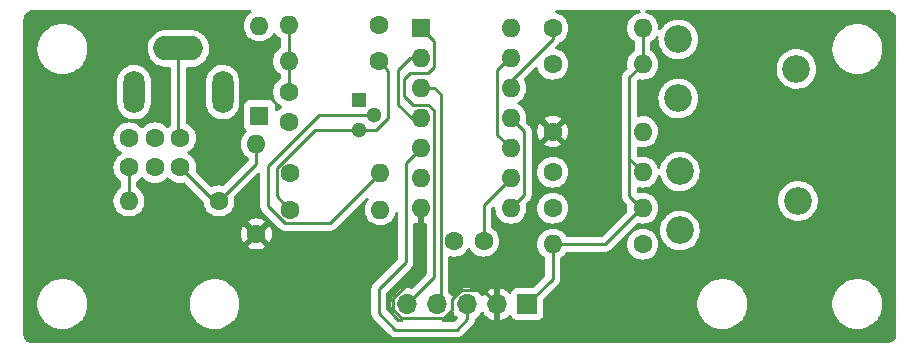
<source format=gbr>
%TF.GenerationSoftware,KiCad,Pcbnew,(6.0.10)*%
%TF.CreationDate,2023-02-28T00:06:53+13:00*%
%TF.ProjectId,video,76696465-6f2e-46b6-9963-61645f706362,rev?*%
%TF.SameCoordinates,Original*%
%TF.FileFunction,Copper,L2,Bot*%
%TF.FilePolarity,Positive*%
%FSLAX46Y46*%
G04 Gerber Fmt 4.6, Leading zero omitted, Abs format (unit mm)*
G04 Created by KiCad (PCBNEW (6.0.10)) date 2023-02-28 00:06:53*
%MOMM*%
%LPD*%
G01*
G04 APERTURE LIST*
%TA.AperFunction,ComponentPad*%
%ADD10C,1.600000*%
%TD*%
%TA.AperFunction,ComponentPad*%
%ADD11R,1.700000X1.700000*%
%TD*%
%TA.AperFunction,ComponentPad*%
%ADD12O,1.700000X1.700000*%
%TD*%
%TA.AperFunction,ComponentPad*%
%ADD13O,1.600000X1.600000*%
%TD*%
%TA.AperFunction,ComponentPad*%
%ADD14R,1.600000X1.600000*%
%TD*%
%TA.AperFunction,ComponentPad*%
%ADD15R,1.300000X1.300000*%
%TD*%
%TA.AperFunction,ComponentPad*%
%ADD16C,1.300000*%
%TD*%
%TA.AperFunction,ComponentPad*%
%ADD17C,2.340000*%
%TD*%
%TA.AperFunction,ComponentPad*%
%ADD18O,4.200000X2.100000*%
%TD*%
%TA.AperFunction,ComponentPad*%
%ADD19O,1.800000X3.600000*%
%TD*%
%TA.AperFunction,Conductor*%
%ADD20C,0.250000*%
%TD*%
G04 APERTURE END LIST*
D10*
%TO.P,C4,1*%
%TO.N,COMPOSITE*%
X56438800Y-92608400D03*
%TO.P,C4,2*%
%TO.N,Net-(C4-Pad2)*%
X56438800Y-95108400D03*
%TD*%
D11*
%TO.P,J2,1,Pin_1*%
%TO.N,+5V*%
X90170000Y-106680000D03*
D12*
%TO.P,J2,2,Pin_2*%
%TO.N,GND*%
X87630000Y-106680000D03*
%TO.P,J2,3,Pin_3*%
%TO.N,VIDEO*%
X85090000Y-106680000D03*
%TO.P,J2,4,Pin_4*%
%TO.N,H_SYNC*%
X82550000Y-106680000D03*
%TO.P,J2,5,Pin_5*%
%TO.N,V_SYNC*%
X80010000Y-106680000D03*
%TD*%
D10*
%TO.P,C5,1*%
%TO.N,COMPOSITE*%
X58636800Y-92601400D03*
%TO.P,C5,2*%
%TO.N,Net-(C4-Pad2)*%
X58636800Y-95101400D03*
%TD*%
%TO.P,R8,1*%
%TO.N,Net-(C3-Pad1)*%
X64058800Y-97942400D03*
D13*
%TO.P,R8,2*%
%TO.N,Net-(C4-Pad2)*%
X56438800Y-97942400D03*
%TD*%
D10*
%TO.P,R12,1*%
%TO.N,GND*%
X92319000Y-92080000D03*
D13*
%TO.P,R12,2*%
%TO.N,Net-(R12-Pad2)*%
X99939000Y-92080000D03*
%TD*%
D14*
%TO.P,U1,1*%
%TO.N,V_SYNC*%
X81153000Y-83312000D03*
D13*
%TO.P,U1,2*%
%TO.N,Net-(R2-Pad1)*%
X81153000Y-85852000D03*
%TO.P,U1,3*%
%TO.N,H_SYNC*%
X81153000Y-88392000D03*
%TO.P,U1,4*%
%TO.N,Net-(R2-Pad1)*%
X81153000Y-90932000D03*
%TO.P,U1,5*%
%TO.N,VIDEO*%
X81153000Y-93472000D03*
%TO.P,U1,6*%
%TO.N,Net-(C1-Pad1)*%
X81153000Y-96012000D03*
%TO.P,U1,7,GND*%
%TO.N,GND*%
X81153000Y-98552000D03*
%TO.P,U1,8*%
%TO.N,Net-(R5-Pad1)*%
X88773000Y-98552000D03*
%TO.P,U1,9*%
%TO.N,Net-(C1-Pad2)*%
X88773000Y-96012000D03*
%TO.P,U1,10*%
%TO.N,Net-(R7-Pad1)*%
X88773000Y-93472000D03*
%TO.P,U1,11*%
%TO.N,Net-(R5-Pad1)*%
X88773000Y-90932000D03*
%TO.P,U1,12*%
%TO.N,Net-(R9-Pad1)*%
X88773000Y-88392000D03*
%TO.P,U1,13*%
%TO.N,Net-(R7-Pad1)*%
X88773000Y-85852000D03*
%TO.P,U1,14,VCC*%
%TO.N,+5V*%
X88773000Y-83312000D03*
%TD*%
D10*
%TO.P,R9,1*%
%TO.N,Net-(R9-Pad1)*%
X92319000Y-83317000D03*
D13*
%TO.P,R9,2*%
%TO.N,+5V*%
X99939000Y-83317000D03*
%TD*%
D10*
%TO.P,R7,1*%
%TO.N,Net-(R7-Pad1)*%
X92319000Y-86365000D03*
D13*
%TO.P,R7,2*%
%TO.N,+5V*%
X99939000Y-86365000D03*
%TD*%
D15*
%TO.P,Q1,1,E*%
%TO.N,Net-(C3-Pad1)*%
X75917800Y-89383000D03*
D16*
%TO.P,Q1,2,B*%
%TO.N,B_VIDEO*%
X77187800Y-90663000D03*
%TO.P,Q1,3,C*%
%TO.N,+5V*%
X75917800Y-91923000D03*
%TD*%
D10*
%TO.P,C2,1*%
%TO.N,Net-(C2-Pad1)*%
X69967000Y-88721800D03*
%TO.P,C2,2*%
%TO.N,B_VIDEO*%
X69967000Y-91221800D03*
%TD*%
D14*
%TO.P,D1,1,K*%
%TO.N,B_VIDEO*%
X67477800Y-90733800D03*
D13*
%TO.P,D1,2,A*%
%TO.N,Net-(C2-Pad1)*%
X67477800Y-83113800D03*
%TD*%
D10*
%TO.P,R4,1*%
%TO.N,+5V*%
X77587000Y-86111000D03*
D13*
%TO.P,R4,2*%
%TO.N,Net-(C2-Pad1)*%
X69967000Y-86111000D03*
%TD*%
D10*
%TO.P,R3,1*%
%TO.N,Net-(C1-Pad2)*%
X92319000Y-95509000D03*
D13*
%TO.P,R3,2*%
%TO.N,+5V*%
X99939000Y-95509000D03*
%TD*%
D10*
%TO.P,R1,1*%
%TO.N,+5V*%
X70094000Y-98684000D03*
D13*
%TO.P,R1,2*%
%TO.N,Net-(C1-Pad1)*%
X77714000Y-98684000D03*
%TD*%
D10*
%TO.P,R5,1*%
%TO.N,Net-(R5-Pad1)*%
X92319000Y-98557000D03*
D13*
%TO.P,R5,2*%
%TO.N,+5V*%
X99939000Y-98557000D03*
%TD*%
D17*
%TO.P,RV2,1,1*%
%TO.N,Net-(R11-Pad1)*%
X103077000Y-100440000D03*
%TO.P,RV2,2,2*%
%TO.N,B_VIDEO*%
X113077000Y-97940000D03*
%TO.P,RV2,3,3*%
%TO.N,Net-(R12-Pad2)*%
X103077000Y-95440000D03*
%TD*%
D10*
%TO.P,R6,1*%
%TO.N,GND*%
X67223800Y-100741400D03*
D13*
%TO.P,R6,2*%
%TO.N,Net-(C3-Pad1)*%
X67223800Y-93121400D03*
%TD*%
D18*
%TO.P,J1,1*%
%TO.N,COMPOSITE*%
X60622500Y-85030000D03*
D19*
%TO.P,J1,2*%
%TO.N,unconnected-(J1-Pad2)*%
X64372500Y-88730000D03*
%TO.P,J1,3*%
%TO.N,unconnected-(J1-Pad3)*%
X56872500Y-88730000D03*
%TD*%
D10*
%TO.P,C3,1*%
%TO.N,Net-(C3-Pad1)*%
X60795800Y-95101400D03*
%TO.P,C3,2*%
%TO.N,COMPOSITE*%
X60795800Y-92601400D03*
%TD*%
%TO.P,R11,1*%
%TO.N,Net-(R11-Pad1)*%
X99939000Y-101605000D03*
D13*
%TO.P,R11,2*%
%TO.N,+5V*%
X92319000Y-101605000D03*
%TD*%
D10*
%TO.P,R10,1*%
%TO.N,Net-(R10-Pad1)*%
X70068600Y-95610600D03*
D13*
%TO.P,R10,2*%
%TO.N,B_VIDEO*%
X77688600Y-95610600D03*
%TD*%
D10*
%TO.P,R2,1*%
%TO.N,Net-(R2-Pad1)*%
X77587000Y-83063000D03*
D13*
%TO.P,R2,2*%
%TO.N,Net-(C2-Pad1)*%
X69967000Y-83063000D03*
%TD*%
D10*
%TO.P,C1,1*%
%TO.N,Net-(C1-Pad1)*%
X83957000Y-101351000D03*
%TO.P,C1,2*%
%TO.N,Net-(C1-Pad2)*%
X86457000Y-101351000D03*
%TD*%
D17*
%TO.P,RV1,1,1*%
%TO.N,Net-(R9-Pad1)*%
X102950000Y-89264000D03*
%TO.P,RV1,2,2*%
%TO.N,Net-(R10-Pad1)*%
X112950000Y-86764000D03*
%TO.P,RV1,3,3*%
%TO.N,unconnected-(RV1-Pad3)*%
X102950000Y-84264000D03*
%TD*%
D20*
%TO.N,Net-(C1-Pad2)*%
X86457000Y-101351000D02*
X86457000Y-98328000D01*
X86457000Y-98328000D02*
X88773000Y-96012000D01*
%TO.N,Net-(C2-Pad1)*%
X69967000Y-83063000D02*
X69967000Y-86111000D01*
X69967000Y-86111000D02*
X69967000Y-88721800D01*
%TO.N,B_VIDEO*%
X68199000Y-98379991D02*
X69641009Y-99822000D01*
X72532000Y-90663000D02*
X68199000Y-94996000D01*
X68199000Y-94996000D02*
X68199000Y-98379991D01*
X73477200Y-99822000D02*
X77688600Y-95610600D01*
X69641009Y-99822000D02*
X73477200Y-99822000D01*
X77187800Y-90663000D02*
X72532000Y-90663000D01*
%TO.N,Net-(C3-Pad1)*%
X60795800Y-95101400D02*
X63636800Y-97942400D01*
X67223800Y-94777400D02*
X64058800Y-97942400D01*
X67223800Y-93121400D02*
X67223800Y-94777400D01*
X63636800Y-97942400D02*
X64058800Y-97942400D01*
%TO.N,COMPOSITE*%
X60622500Y-92428100D02*
X60795800Y-92601400D01*
X60622500Y-85030000D02*
X60622500Y-92428100D01*
%TO.N,Net-(C4-Pad2)*%
X56438800Y-95108400D02*
X56438800Y-97942400D01*
%TO.N,+5V*%
X70094000Y-98684000D02*
X68943600Y-97533600D01*
X98814000Y-87490000D02*
X98814000Y-94384000D01*
X92319000Y-101605000D02*
X92319000Y-104531000D01*
X78386999Y-90904001D02*
X77368000Y-91923000D01*
X92319000Y-104531000D02*
X90170000Y-106680000D01*
X99939000Y-98557000D02*
X99817000Y-98557000D01*
X99939000Y-86365000D02*
X98814000Y-87490000D01*
X98814000Y-97544000D02*
X99827000Y-98557000D01*
X98814000Y-94384000D02*
X98814000Y-97544000D01*
X77587000Y-86111000D02*
X78386999Y-86910999D01*
X72161000Y-91923000D02*
X75917800Y-91923000D01*
X68943600Y-97533600D02*
X68943600Y-95140400D01*
X77368000Y-91923000D02*
X75917800Y-91923000D01*
X99827000Y-98557000D02*
X99939000Y-98557000D01*
X68943600Y-95140400D02*
X72161000Y-91923000D01*
X78386999Y-86910999D02*
X78386999Y-90904001D01*
X99939000Y-83317000D02*
X99939000Y-86365000D01*
X96769000Y-101605000D02*
X92319000Y-101605000D01*
X98814000Y-94384000D02*
X99939000Y-95509000D01*
X99817000Y-98557000D02*
X96769000Y-101605000D01*
%TO.N,Net-(R2-Pad1)*%
X79248000Y-89789000D02*
X80391000Y-90932000D01*
X80391000Y-90932000D02*
X81153000Y-90932000D01*
X81153000Y-85852000D02*
X80264000Y-85852000D01*
X80264000Y-85852000D02*
X79248000Y-86868000D01*
X79248000Y-86868000D02*
X79248000Y-89789000D01*
%TO.N,Net-(R5-Pad1)*%
X89898000Y-92057000D02*
X88773000Y-90932000D01*
X88773000Y-98552000D02*
X89898000Y-97427000D01*
X89898000Y-97427000D02*
X89898000Y-92057000D01*
%TO.N,GND*%
X78835000Y-107166701D02*
X79523299Y-107855000D01*
X81153000Y-98552000D02*
X81153000Y-103875299D01*
X78835000Y-106193299D02*
X78835000Y-107166701D01*
X84588600Y-105505000D02*
X86455000Y-105505000D01*
X83820000Y-106273600D02*
X84588600Y-105505000D01*
X83820000Y-107188000D02*
X83820000Y-106273600D01*
X83153000Y-107855000D02*
X83820000Y-107188000D01*
X86455000Y-105505000D02*
X87630000Y-106680000D01*
X79523299Y-107855000D02*
X83153000Y-107855000D01*
X81153000Y-103875299D02*
X78835000Y-106193299D01*
%TO.N,Net-(R7-Pad1)*%
X87630000Y-92329000D02*
X87630000Y-86868000D01*
X88646000Y-85852000D02*
X88773000Y-85852000D01*
X88773000Y-93472000D02*
X87630000Y-92329000D01*
X87630000Y-86868000D02*
X88646000Y-85852000D01*
%TO.N,Net-(R9-Pad1)*%
X92319000Y-84211000D02*
X92319000Y-83317000D01*
X88773000Y-88392000D02*
X88773000Y-87757000D01*
X88773000Y-87757000D02*
X92319000Y-84211000D01*
%TO.N,V_SYNC*%
X80518000Y-89789000D02*
X81788000Y-89789000D01*
X82278000Y-84437000D02*
X82278000Y-86607991D01*
X81153000Y-83312000D02*
X82278000Y-84437000D01*
X81763991Y-87122000D02*
X80264000Y-87122000D01*
X80264000Y-106680000D02*
X80010000Y-106680000D01*
X79756000Y-89027000D02*
X80518000Y-89789000D01*
X80264000Y-87122000D02*
X79756000Y-87630000D01*
X81788000Y-89789000D02*
X82278000Y-90279000D01*
X82278000Y-86607991D02*
X81763991Y-87122000D01*
X82278000Y-90279000D02*
X82278000Y-104412000D01*
X79756000Y-87630000D02*
X79756000Y-89027000D01*
X82278000Y-104412000D02*
X80010000Y-106680000D01*
%TO.N,H_SYNC*%
X82832000Y-106398000D02*
X82550000Y-106680000D01*
X82296000Y-88392000D02*
X82832000Y-88928000D01*
X81153000Y-88392000D02*
X82296000Y-88392000D01*
X82832000Y-88928000D02*
X82832000Y-106398000D01*
%TO.N,VIDEO*%
X78994000Y-108839000D02*
X84201000Y-108839000D01*
X77597000Y-105410000D02*
X77597000Y-107442000D01*
X77597000Y-107442000D02*
X78994000Y-108839000D01*
X81153000Y-93472000D02*
X79883000Y-94742000D01*
X79883000Y-94742000D02*
X79883000Y-103124000D01*
X85090000Y-107950000D02*
X85090000Y-106680000D01*
X84201000Y-108839000D02*
X85090000Y-107950000D01*
X79883000Y-103124000D02*
X77597000Y-105410000D01*
%TD*%
%TA.AperFunction,Conductor*%
%TO.N,GND*%
G36*
X66757724Y-81808502D02*
G01*
X66804217Y-81862158D01*
X66814321Y-81932432D01*
X66784827Y-81997012D01*
X66761874Y-82017713D01*
X66638011Y-82104443D01*
X66638008Y-82104445D01*
X66633500Y-82107602D01*
X66471602Y-82269500D01*
X66340277Y-82457051D01*
X66337954Y-82462033D01*
X66337951Y-82462038D01*
X66247855Y-82655251D01*
X66243516Y-82664557D01*
X66242094Y-82669865D01*
X66242093Y-82669867D01*
X66185681Y-82880398D01*
X66184257Y-82885713D01*
X66164302Y-83113800D01*
X66184257Y-83341887D01*
X66185681Y-83347200D01*
X66185681Y-83347202D01*
X66238705Y-83545087D01*
X66243516Y-83563043D01*
X66245839Y-83568024D01*
X66245839Y-83568025D01*
X66337951Y-83765562D01*
X66337952Y-83765563D01*
X66340277Y-83770549D01*
X66404602Y-83862414D01*
X66464363Y-83947761D01*
X66471602Y-83958100D01*
X66633500Y-84119998D01*
X66638008Y-84123155D01*
X66638011Y-84123157D01*
X66658708Y-84137649D01*
X66821051Y-84251323D01*
X66826033Y-84253646D01*
X66826038Y-84253649D01*
X66966831Y-84319301D01*
X67028557Y-84348084D01*
X67033865Y-84349506D01*
X67033867Y-84349507D01*
X67244398Y-84405919D01*
X67244400Y-84405919D01*
X67249713Y-84407343D01*
X67477800Y-84427298D01*
X67705887Y-84407343D01*
X67711200Y-84405919D01*
X67711202Y-84405919D01*
X67921733Y-84349507D01*
X67921735Y-84349506D01*
X67927043Y-84348084D01*
X67988769Y-84319301D01*
X68129562Y-84253649D01*
X68129567Y-84253646D01*
X68134549Y-84251323D01*
X68296892Y-84137649D01*
X68317589Y-84123157D01*
X68317592Y-84123155D01*
X68322100Y-84119998D01*
X68483998Y-83958100D01*
X68491238Y-83947761D01*
X68550998Y-83862414D01*
X68615323Y-83770549D01*
X68622917Y-83754264D01*
X68669833Y-83700979D01*
X68738110Y-83681517D01*
X68806070Y-83702058D01*
X68840325Y-83735242D01*
X68946953Y-83887521D01*
X68960802Y-83907300D01*
X69122700Y-84069198D01*
X69127208Y-84072355D01*
X69127211Y-84072357D01*
X69279771Y-84179181D01*
X69324099Y-84234638D01*
X69333500Y-84282394D01*
X69333500Y-84891606D01*
X69313498Y-84959727D01*
X69279771Y-84994819D01*
X69127211Y-85101643D01*
X69127208Y-85101645D01*
X69122700Y-85104802D01*
X68960802Y-85266700D01*
X68957645Y-85271208D01*
X68957643Y-85271211D01*
X68920013Y-85324952D01*
X68829477Y-85454251D01*
X68827154Y-85459233D01*
X68827151Y-85459238D01*
X68735039Y-85656775D01*
X68732716Y-85661757D01*
X68731294Y-85667065D01*
X68731293Y-85667067D01*
X68680482Y-85856694D01*
X68673457Y-85882913D01*
X68653502Y-86111000D01*
X68673457Y-86339087D01*
X68674881Y-86344400D01*
X68674881Y-86344402D01*
X68730034Y-86550232D01*
X68732716Y-86560243D01*
X68735039Y-86565224D01*
X68735039Y-86565225D01*
X68827151Y-86762762D01*
X68827154Y-86762767D01*
X68829477Y-86767749D01*
X68891156Y-86855835D01*
X68949597Y-86939297D01*
X68960802Y-86955300D01*
X69122700Y-87117198D01*
X69127208Y-87120355D01*
X69127211Y-87120357D01*
X69279771Y-87227181D01*
X69324099Y-87282638D01*
X69333500Y-87330394D01*
X69333500Y-87502406D01*
X69313498Y-87570527D01*
X69279771Y-87605619D01*
X69127211Y-87712443D01*
X69127208Y-87712445D01*
X69122700Y-87715602D01*
X68960802Y-87877500D01*
X68957645Y-87882008D01*
X68957643Y-87882011D01*
X68925006Y-87928622D01*
X68829477Y-88065051D01*
X68827154Y-88070033D01*
X68827151Y-88070038D01*
X68739099Y-88258868D01*
X68732716Y-88272557D01*
X68731294Y-88277865D01*
X68731293Y-88277867D01*
X68675445Y-88486295D01*
X68673457Y-88493713D01*
X68653502Y-88721800D01*
X68673457Y-88949887D01*
X68674881Y-88955200D01*
X68674881Y-88955202D01*
X68679306Y-88971714D01*
X68732716Y-89171043D01*
X68735039Y-89176024D01*
X68735039Y-89176025D01*
X68827151Y-89373562D01*
X68827154Y-89373567D01*
X68829477Y-89378549D01*
X68889632Y-89464459D01*
X68947992Y-89547805D01*
X68960802Y-89566100D01*
X69122700Y-89727998D01*
X69127208Y-89731155D01*
X69127211Y-89731157D01*
X69191532Y-89776195D01*
X69310251Y-89859323D01*
X69315233Y-89861646D01*
X69317027Y-89862682D01*
X69366019Y-89914066D01*
X69379454Y-89983779D01*
X69353066Y-90049690D01*
X69317027Y-90080918D01*
X69315233Y-90081954D01*
X69310251Y-90084277D01*
X69245770Y-90129427D01*
X69127211Y-90212443D01*
X69127208Y-90212445D01*
X69122700Y-90215602D01*
X69001395Y-90336907D01*
X68939083Y-90370933D01*
X68868268Y-90365868D01*
X68811432Y-90323321D01*
X68786621Y-90256801D01*
X68786300Y-90247812D01*
X68786300Y-89885666D01*
X68779545Y-89823484D01*
X68728415Y-89687095D01*
X68641061Y-89570539D01*
X68524505Y-89483185D01*
X68388116Y-89432055D01*
X68325934Y-89425300D01*
X66629666Y-89425300D01*
X66567484Y-89432055D01*
X66431095Y-89483185D01*
X66314539Y-89570539D01*
X66227185Y-89687095D01*
X66176055Y-89823484D01*
X66169300Y-89885666D01*
X66169300Y-91581934D01*
X66176055Y-91644116D01*
X66227185Y-91780505D01*
X66314539Y-91897061D01*
X66321719Y-91902442D01*
X66360068Y-91931183D01*
X66402583Y-91988042D01*
X66407609Y-92058861D01*
X66373598Y-92121104D01*
X66217602Y-92277100D01*
X66214445Y-92281608D01*
X66214443Y-92281611D01*
X66174288Y-92338958D01*
X66086277Y-92464651D01*
X66083954Y-92469633D01*
X66083951Y-92469638D01*
X66008143Y-92632211D01*
X65989516Y-92672157D01*
X65988094Y-92677465D01*
X65988093Y-92677467D01*
X65944059Y-92841802D01*
X65930257Y-92893313D01*
X65910302Y-93121400D01*
X65930257Y-93349487D01*
X65931681Y-93354800D01*
X65931681Y-93354802D01*
X65964552Y-93477475D01*
X65989516Y-93570643D01*
X65991839Y-93575624D01*
X65991839Y-93575625D01*
X66083951Y-93773162D01*
X66083954Y-93773167D01*
X66086277Y-93778149D01*
X66147335Y-93865348D01*
X66213974Y-93960518D01*
X66217602Y-93965700D01*
X66379500Y-94127598D01*
X66384008Y-94130755D01*
X66384011Y-94130757D01*
X66536571Y-94237581D01*
X66580899Y-94293038D01*
X66590300Y-94340794D01*
X66590300Y-94462806D01*
X66570298Y-94530927D01*
X66553395Y-94551901D01*
X64472048Y-96633248D01*
X64409736Y-96667274D01*
X64350341Y-96665859D01*
X64292209Y-96650282D01*
X64292198Y-96650280D01*
X64286887Y-96648857D01*
X64058800Y-96628902D01*
X63830713Y-96648857D01*
X63825400Y-96650281D01*
X63825398Y-96650281D01*
X63614867Y-96706693D01*
X63614865Y-96706694D01*
X63609557Y-96708116D01*
X63604575Y-96710439D01*
X63604570Y-96710441D01*
X63477324Y-96769776D01*
X63407133Y-96780437D01*
X63342320Y-96751457D01*
X63334980Y-96744676D01*
X62104952Y-95514648D01*
X62070926Y-95452336D01*
X62072341Y-95392941D01*
X62087918Y-95334809D01*
X62087920Y-95334798D01*
X62089343Y-95329487D01*
X62109298Y-95101400D01*
X62089343Y-94873313D01*
X62084756Y-94856195D01*
X62031507Y-94657467D01*
X62031506Y-94657465D01*
X62030084Y-94652157D01*
X62014690Y-94619144D01*
X61935649Y-94449638D01*
X61935646Y-94449633D01*
X61933323Y-94444651D01*
X61844006Y-94317093D01*
X61805157Y-94261611D01*
X61805155Y-94261608D01*
X61801998Y-94257100D01*
X61640100Y-94095202D01*
X61635592Y-94092045D01*
X61635589Y-94092043D01*
X61531924Y-94019456D01*
X61452549Y-93963877D01*
X61447567Y-93961554D01*
X61445773Y-93960518D01*
X61396781Y-93909134D01*
X61383346Y-93839421D01*
X61409734Y-93773510D01*
X61445773Y-93742282D01*
X61447567Y-93741246D01*
X61452549Y-93738923D01*
X61531924Y-93683344D01*
X61635589Y-93610757D01*
X61635592Y-93610755D01*
X61640100Y-93607598D01*
X61801998Y-93445700D01*
X61811219Y-93432532D01*
X61875300Y-93341014D01*
X61933323Y-93258149D01*
X61935646Y-93253167D01*
X61935649Y-93253162D01*
X62027761Y-93055625D01*
X62027761Y-93055624D01*
X62030084Y-93050643D01*
X62047439Y-92985876D01*
X62087919Y-92834802D01*
X62087919Y-92834800D01*
X62089343Y-92829487D01*
X62109298Y-92601400D01*
X62089343Y-92373313D01*
X62086218Y-92361649D01*
X62031507Y-92157467D01*
X62031506Y-92157465D01*
X62030084Y-92152157D01*
X62000904Y-92089580D01*
X61935649Y-91949638D01*
X61935646Y-91949633D01*
X61933323Y-91944651D01*
X61859898Y-91839789D01*
X61805157Y-91761611D01*
X61805155Y-91761608D01*
X61801998Y-91757100D01*
X61640100Y-91595202D01*
X61635592Y-91592045D01*
X61635589Y-91592043D01*
X61512147Y-91505608D01*
X61452549Y-91463877D01*
X61447567Y-91461554D01*
X61447562Y-91461551D01*
X61356297Y-91418994D01*
X61328749Y-91406149D01*
X61275465Y-91359232D01*
X61256000Y-91291954D01*
X61256000Y-89690012D01*
X62964000Y-89690012D01*
X62979117Y-89868175D01*
X62980457Y-89873339D01*
X62980458Y-89873343D01*
X63037266Y-90092211D01*
X63039168Y-90099540D01*
X63041360Y-90104406D01*
X63120567Y-90280238D01*
X63137343Y-90317480D01*
X63270834Y-90515762D01*
X63435826Y-90688718D01*
X63627600Y-90831402D01*
X63632351Y-90833818D01*
X63632355Y-90833820D01*
X63825240Y-90931887D01*
X63840672Y-90939733D01*
X63954812Y-90975174D01*
X64063849Y-91009032D01*
X64063855Y-91009033D01*
X64068952Y-91010616D01*
X64191487Y-91026857D01*
X64300627Y-91041323D01*
X64300631Y-91041323D01*
X64305911Y-91042023D01*
X64311240Y-91041823D01*
X64311241Y-91041823D01*
X64409009Y-91038152D01*
X64544774Y-91033055D01*
X64631684Y-91014819D01*
X64773484Y-90985067D01*
X64773487Y-90985066D01*
X64778711Y-90983970D01*
X65001033Y-90896171D01*
X65205383Y-90772168D01*
X65210782Y-90767483D01*
X65381886Y-90619007D01*
X65381888Y-90619005D01*
X65385919Y-90615507D01*
X65389302Y-90611381D01*
X65389306Y-90611377D01*
X65534093Y-90434795D01*
X65537478Y-90430667D01*
X65627202Y-90273046D01*
X65653084Y-90227577D01*
X65655727Y-90222934D01*
X65737284Y-89998247D01*
X65738234Y-89992995D01*
X65779080Y-89767115D01*
X65779081Y-89767107D01*
X65779818Y-89763031D01*
X65781000Y-89737968D01*
X65781000Y-87769988D01*
X65765883Y-87591825D01*
X65764542Y-87586657D01*
X65707173Y-87365625D01*
X65707171Y-87365620D01*
X65705832Y-87360460D01*
X65667138Y-87274562D01*
X65609847Y-87147381D01*
X65609846Y-87147378D01*
X65607657Y-87142520D01*
X65474166Y-86944238D01*
X65309174Y-86771282D01*
X65304426Y-86767749D01*
X65174748Y-86671266D01*
X65117400Y-86628598D01*
X65112649Y-86626182D01*
X65112645Y-86626180D01*
X64909086Y-86522686D01*
X64909085Y-86522686D01*
X64904328Y-86520267D01*
X64768184Y-86477993D01*
X64681151Y-86450968D01*
X64681145Y-86450967D01*
X64676048Y-86449384D01*
X64548617Y-86432494D01*
X64444373Y-86418677D01*
X64444369Y-86418677D01*
X64439089Y-86417977D01*
X64433760Y-86418177D01*
X64433759Y-86418177D01*
X64335991Y-86421848D01*
X64200226Y-86426945D01*
X64113316Y-86445181D01*
X63971516Y-86474933D01*
X63971513Y-86474934D01*
X63966289Y-86476030D01*
X63743967Y-86563829D01*
X63539617Y-86687832D01*
X63535587Y-86691329D01*
X63383351Y-86823433D01*
X63359081Y-86844493D01*
X63355698Y-86848619D01*
X63355694Y-86848623D01*
X63277295Y-86944238D01*
X63207522Y-87029333D01*
X63204883Y-87033969D01*
X63204881Y-87033972D01*
X63143092Y-87142520D01*
X63089273Y-87237066D01*
X63007716Y-87461753D01*
X63006767Y-87467002D01*
X63006766Y-87467005D01*
X62965920Y-87692885D01*
X62965919Y-87692893D01*
X62965182Y-87696969D01*
X62964000Y-87722032D01*
X62964000Y-89690012D01*
X61256000Y-89690012D01*
X61256000Y-86714500D01*
X61276002Y-86646379D01*
X61329658Y-86599886D01*
X61382000Y-86588500D01*
X61735515Y-86588500D01*
X61738023Y-86588298D01*
X61738028Y-86588298D01*
X61917444Y-86573863D01*
X61917449Y-86573862D01*
X61922485Y-86573457D01*
X61927393Y-86572252D01*
X61927396Y-86572251D01*
X62161125Y-86514841D01*
X62166039Y-86513634D01*
X62170691Y-86511659D01*
X62170695Y-86511658D01*
X62392241Y-86417617D01*
X62392242Y-86417617D01*
X62396896Y-86415641D01*
X62609115Y-86282000D01*
X62797238Y-86116147D01*
X62956424Y-85922351D01*
X63082578Y-85705596D01*
X63089074Y-85688675D01*
X63170643Y-85476181D01*
X63172455Y-85471461D01*
X63173900Y-85464548D01*
X63222706Y-85230921D01*
X63223741Y-85225967D01*
X63224833Y-85201935D01*
X63229934Y-85089592D01*
X63235118Y-84975432D01*
X63233638Y-84962636D01*
X63206874Y-84731334D01*
X63206292Y-84726301D01*
X63204004Y-84718213D01*
X63139384Y-84489852D01*
X63139383Y-84489850D01*
X63138006Y-84484983D01*
X63135872Y-84480408D01*
X63135870Y-84480401D01*
X63034153Y-84262269D01*
X63034151Y-84262265D01*
X63032016Y-84257687D01*
X63007978Y-84222316D01*
X62893895Y-84054448D01*
X62893892Y-84054444D01*
X62891049Y-84050261D01*
X62862299Y-84019858D01*
X62722213Y-83871721D01*
X62718733Y-83868041D01*
X62711373Y-83862414D01*
X62523519Y-83718788D01*
X62523515Y-83718785D01*
X62519499Y-83715715D01*
X62492017Y-83700979D01*
X62302935Y-83599595D01*
X62298474Y-83597203D01*
X62293693Y-83595557D01*
X62293689Y-83595555D01*
X62066133Y-83517201D01*
X62061344Y-83515552D01*
X61955733Y-83497310D01*
X61818120Y-83473540D01*
X61818114Y-83473539D01*
X61814210Y-83472865D01*
X61810249Y-83472685D01*
X61810248Y-83472685D01*
X61785569Y-83471564D01*
X61785550Y-83471564D01*
X61784150Y-83471500D01*
X59509485Y-83471500D01*
X59506977Y-83471702D01*
X59506972Y-83471702D01*
X59327556Y-83486137D01*
X59327551Y-83486138D01*
X59322515Y-83486543D01*
X59317607Y-83487748D01*
X59317604Y-83487749D01*
X59104524Y-83540087D01*
X59078961Y-83546366D01*
X59074309Y-83548341D01*
X59074305Y-83548342D01*
X58852759Y-83642383D01*
X58848104Y-83644359D01*
X58843820Y-83647057D01*
X58645607Y-83771878D01*
X58635885Y-83778000D01*
X58447762Y-83943853D01*
X58288576Y-84137649D01*
X58162422Y-84354404D01*
X58160609Y-84359127D01*
X58160608Y-84359129D01*
X58132182Y-84433181D01*
X58072545Y-84588539D01*
X58071512Y-84593485D01*
X58071510Y-84593491D01*
X58049840Y-84697223D01*
X58021259Y-84834033D01*
X58021030Y-84839082D01*
X58021029Y-84839088D01*
X58017540Y-84915925D01*
X58009882Y-85084568D01*
X58010463Y-85089588D01*
X58010463Y-85089592D01*
X58015490Y-85133039D01*
X58038708Y-85333699D01*
X58040087Y-85338573D01*
X58040088Y-85338577D01*
X58097264Y-85540633D01*
X58106994Y-85575017D01*
X58109128Y-85579592D01*
X58109130Y-85579599D01*
X58210847Y-85797731D01*
X58212984Y-85802313D01*
X58215826Y-85806494D01*
X58215826Y-85806495D01*
X58351105Y-86005552D01*
X58351108Y-86005556D01*
X58353951Y-86009739D01*
X58357428Y-86013416D01*
X58357429Y-86013417D01*
X58454886Y-86116475D01*
X58526267Y-86191959D01*
X58530293Y-86195037D01*
X58530294Y-86195038D01*
X58721481Y-86341212D01*
X58721485Y-86341215D01*
X58725501Y-86344285D01*
X58729959Y-86346675D01*
X58729960Y-86346676D01*
X58853548Y-86412943D01*
X58946526Y-86462797D01*
X58951307Y-86464443D01*
X58951311Y-86464445D01*
X59169754Y-86539661D01*
X59183656Y-86544448D01*
X59275100Y-86560243D01*
X59426880Y-86586460D01*
X59426886Y-86586461D01*
X59430790Y-86587135D01*
X59434751Y-86587315D01*
X59434752Y-86587315D01*
X59459431Y-86588436D01*
X59459450Y-86588436D01*
X59460850Y-86588500D01*
X59863000Y-86588500D01*
X59931121Y-86608502D01*
X59977614Y-86662158D01*
X59989000Y-86714500D01*
X59989000Y-91505608D01*
X59968998Y-91573729D01*
X59950748Y-91594450D01*
X59951500Y-91595202D01*
X59805395Y-91741307D01*
X59743083Y-91775333D01*
X59672268Y-91770268D01*
X59627205Y-91741307D01*
X59481100Y-91595202D01*
X59476592Y-91592045D01*
X59476589Y-91592043D01*
X59353147Y-91505608D01*
X59293549Y-91463877D01*
X59288567Y-91461554D01*
X59288562Y-91461551D01*
X59091025Y-91369439D01*
X59091024Y-91369439D01*
X59086043Y-91367116D01*
X59080735Y-91365694D01*
X59080733Y-91365693D01*
X58870202Y-91309281D01*
X58870200Y-91309281D01*
X58864887Y-91307857D01*
X58636800Y-91287902D01*
X58408713Y-91307857D01*
X58403400Y-91309281D01*
X58403398Y-91309281D01*
X58192867Y-91365693D01*
X58192865Y-91365694D01*
X58187557Y-91367116D01*
X58182576Y-91369439D01*
X58182575Y-91369439D01*
X57985038Y-91461551D01*
X57985033Y-91461554D01*
X57980051Y-91463877D01*
X57920453Y-91505608D01*
X57797011Y-91592043D01*
X57797008Y-91592045D01*
X57792500Y-91595202D01*
X57630602Y-91757100D01*
X57630163Y-91757727D01*
X57572275Y-91796241D01*
X57501287Y-91797367D01*
X57446773Y-91762325D01*
X57444998Y-91764100D01*
X57283100Y-91602202D01*
X57278592Y-91599045D01*
X57278589Y-91599043D01*
X57145150Y-91505608D01*
X57095549Y-91470877D01*
X57090567Y-91468554D01*
X57090562Y-91468551D01*
X56893025Y-91376439D01*
X56893024Y-91376439D01*
X56888043Y-91374116D01*
X56882735Y-91372694D01*
X56882733Y-91372693D01*
X56672202Y-91316281D01*
X56672200Y-91316281D01*
X56666887Y-91314857D01*
X56438800Y-91294902D01*
X56210713Y-91314857D01*
X56205400Y-91316281D01*
X56205398Y-91316281D01*
X55994867Y-91372693D01*
X55994865Y-91372694D01*
X55989557Y-91374116D01*
X55984576Y-91376439D01*
X55984575Y-91376439D01*
X55787038Y-91468551D01*
X55787033Y-91468554D01*
X55782051Y-91470877D01*
X55732450Y-91505608D01*
X55599011Y-91599043D01*
X55599008Y-91599045D01*
X55594500Y-91602202D01*
X55432602Y-91764100D01*
X55429445Y-91768608D01*
X55429443Y-91768611D01*
X55409860Y-91796579D01*
X55301277Y-91951651D01*
X55298954Y-91956633D01*
X55298951Y-91956638D01*
X55222260Y-92121104D01*
X55204516Y-92159157D01*
X55203094Y-92164465D01*
X55203093Y-92164467D01*
X55146681Y-92374998D01*
X55145257Y-92380313D01*
X55125302Y-92608400D01*
X55145257Y-92836487D01*
X55146681Y-92841800D01*
X55146681Y-92841802D01*
X55201218Y-93045333D01*
X55204516Y-93057643D01*
X55206839Y-93062624D01*
X55206839Y-93062625D01*
X55298951Y-93260162D01*
X55298954Y-93260167D01*
X55301277Y-93265149D01*
X55355404Y-93342450D01*
X55427701Y-93445700D01*
X55432602Y-93452700D01*
X55594500Y-93614598D01*
X55599008Y-93617755D01*
X55599011Y-93617757D01*
X55702676Y-93690344D01*
X55782051Y-93745923D01*
X55787033Y-93748246D01*
X55788827Y-93749282D01*
X55837819Y-93800666D01*
X55851254Y-93870379D01*
X55824866Y-93936290D01*
X55788827Y-93967518D01*
X55787033Y-93968554D01*
X55782051Y-93970877D01*
X55702676Y-94026456D01*
X55599011Y-94099043D01*
X55599008Y-94099045D01*
X55594500Y-94102202D01*
X55432602Y-94264100D01*
X55429445Y-94268608D01*
X55429443Y-94268611D01*
X55409308Y-94297367D01*
X55301277Y-94451651D01*
X55298954Y-94456633D01*
X55298951Y-94456638D01*
X55210103Y-94647175D01*
X55204516Y-94659157D01*
X55203094Y-94664465D01*
X55203093Y-94664467D01*
X55146821Y-94874477D01*
X55145257Y-94880313D01*
X55125302Y-95108400D01*
X55145257Y-95336487D01*
X55146681Y-95341800D01*
X55146681Y-95341802D01*
X55192467Y-95512674D01*
X55204516Y-95557643D01*
X55206839Y-95562624D01*
X55206839Y-95562625D01*
X55298951Y-95760162D01*
X55298954Y-95760167D01*
X55301277Y-95765149D01*
X55364644Y-95855646D01*
X55427701Y-95945700D01*
X55432602Y-95952700D01*
X55594500Y-96114598D01*
X55599008Y-96117755D01*
X55599011Y-96117757D01*
X55751571Y-96224581D01*
X55795899Y-96280038D01*
X55805300Y-96327794D01*
X55805300Y-96723006D01*
X55785298Y-96791127D01*
X55751571Y-96826219D01*
X55599011Y-96933043D01*
X55599008Y-96933045D01*
X55594500Y-96936202D01*
X55432602Y-97098100D01*
X55429445Y-97102608D01*
X55429443Y-97102611D01*
X55389984Y-97158965D01*
X55301277Y-97285651D01*
X55298954Y-97290633D01*
X55298951Y-97290638D01*
X55223505Y-97452435D01*
X55204516Y-97493157D01*
X55203094Y-97498465D01*
X55203093Y-97498467D01*
X55150451Y-97694930D01*
X55145257Y-97714313D01*
X55125302Y-97942400D01*
X55145257Y-98170487D01*
X55146681Y-98175800D01*
X55146681Y-98175802D01*
X55197061Y-98363819D01*
X55204516Y-98391643D01*
X55206839Y-98396624D01*
X55206839Y-98396625D01*
X55298951Y-98594162D01*
X55298954Y-98594167D01*
X55301277Y-98599149D01*
X55363217Y-98687608D01*
X55427972Y-98780087D01*
X55432602Y-98786700D01*
X55594500Y-98948598D01*
X55599008Y-98951755D01*
X55599011Y-98951757D01*
X55657001Y-98992362D01*
X55782051Y-99079923D01*
X55787033Y-99082246D01*
X55787038Y-99082249D01*
X55935753Y-99151595D01*
X55989557Y-99176684D01*
X55994865Y-99178106D01*
X55994867Y-99178107D01*
X56205398Y-99234519D01*
X56205400Y-99234519D01*
X56210713Y-99235943D01*
X56438800Y-99255898D01*
X56666887Y-99235943D01*
X56672200Y-99234519D01*
X56672202Y-99234519D01*
X56882733Y-99178107D01*
X56882735Y-99178106D01*
X56888043Y-99176684D01*
X56941847Y-99151595D01*
X57090562Y-99082249D01*
X57090567Y-99082246D01*
X57095549Y-99079923D01*
X57220599Y-98992362D01*
X57278589Y-98951757D01*
X57278592Y-98951755D01*
X57283100Y-98948598D01*
X57444998Y-98786700D01*
X57449629Y-98780087D01*
X57514383Y-98687608D01*
X57576323Y-98599149D01*
X57578646Y-98594167D01*
X57578649Y-98594162D01*
X57670761Y-98396625D01*
X57670761Y-98396624D01*
X57673084Y-98391643D01*
X57680540Y-98363819D01*
X57730919Y-98175802D01*
X57730919Y-98175800D01*
X57732343Y-98170487D01*
X57752298Y-97942400D01*
X57732343Y-97714313D01*
X57727149Y-97694930D01*
X57674507Y-97498467D01*
X57674506Y-97498465D01*
X57673084Y-97493157D01*
X57654095Y-97452435D01*
X57578649Y-97290638D01*
X57578646Y-97290633D01*
X57576323Y-97285651D01*
X57487616Y-97158965D01*
X57448157Y-97102611D01*
X57448155Y-97102608D01*
X57444998Y-97098100D01*
X57283100Y-96936202D01*
X57278592Y-96933045D01*
X57278589Y-96933043D01*
X57126029Y-96826219D01*
X57081701Y-96770762D01*
X57072300Y-96723006D01*
X57072300Y-96327794D01*
X57092302Y-96259673D01*
X57126029Y-96224581D01*
X57278589Y-96117757D01*
X57278592Y-96117755D01*
X57283100Y-96114598D01*
X57444998Y-95952700D01*
X57445437Y-95952073D01*
X57503325Y-95913559D01*
X57574313Y-95912433D01*
X57628827Y-95947475D01*
X57630602Y-95945700D01*
X57792500Y-96107598D01*
X57797008Y-96110755D01*
X57797011Y-96110757D01*
X57822702Y-96128746D01*
X57980051Y-96238923D01*
X57985033Y-96241246D01*
X57985038Y-96241249D01*
X58182575Y-96333361D01*
X58187557Y-96335684D01*
X58192865Y-96337106D01*
X58192867Y-96337107D01*
X58403398Y-96393519D01*
X58403400Y-96393519D01*
X58408713Y-96394943D01*
X58636800Y-96414898D01*
X58864887Y-96394943D01*
X58870200Y-96393519D01*
X58870202Y-96393519D01*
X59080733Y-96337107D01*
X59080735Y-96337106D01*
X59086043Y-96335684D01*
X59091025Y-96333361D01*
X59288562Y-96241249D01*
X59288567Y-96241246D01*
X59293549Y-96238923D01*
X59450898Y-96128746D01*
X59476589Y-96110757D01*
X59476592Y-96110755D01*
X59481100Y-96107598D01*
X59627205Y-95961493D01*
X59689517Y-95927467D01*
X59760332Y-95932532D01*
X59805395Y-95961493D01*
X59951500Y-96107598D01*
X59956008Y-96110755D01*
X59956011Y-96110757D01*
X59981702Y-96128746D01*
X60139051Y-96238923D01*
X60144033Y-96241246D01*
X60144038Y-96241249D01*
X60341575Y-96333361D01*
X60346557Y-96335684D01*
X60351865Y-96337106D01*
X60351867Y-96337107D01*
X60562398Y-96393519D01*
X60562400Y-96393519D01*
X60567713Y-96394943D01*
X60795800Y-96414898D01*
X61023887Y-96394943D01*
X61029198Y-96393520D01*
X61029209Y-96393518D01*
X61087341Y-96377941D01*
X61158317Y-96379630D01*
X61209048Y-96410552D01*
X62713296Y-97914800D01*
X62747322Y-97977112D01*
X62749722Y-97992911D01*
X62765257Y-98170487D01*
X62802475Y-98309386D01*
X62817061Y-98363819D01*
X62824516Y-98391643D01*
X62826839Y-98396624D01*
X62826839Y-98396625D01*
X62918951Y-98594162D01*
X62918954Y-98594167D01*
X62921277Y-98599149D01*
X62983217Y-98687608D01*
X63047972Y-98780087D01*
X63052602Y-98786700D01*
X63214500Y-98948598D01*
X63219008Y-98951755D01*
X63219011Y-98951757D01*
X63277001Y-98992362D01*
X63402051Y-99079923D01*
X63407033Y-99082246D01*
X63407038Y-99082249D01*
X63555753Y-99151595D01*
X63609557Y-99176684D01*
X63614865Y-99178106D01*
X63614867Y-99178107D01*
X63825398Y-99234519D01*
X63825400Y-99234519D01*
X63830713Y-99235943D01*
X64058800Y-99255898D01*
X64286887Y-99235943D01*
X64292200Y-99234519D01*
X64292202Y-99234519D01*
X64502733Y-99178107D01*
X64502735Y-99178106D01*
X64508043Y-99176684D01*
X64561847Y-99151595D01*
X64710562Y-99082249D01*
X64710567Y-99082246D01*
X64715549Y-99079923D01*
X64840599Y-98992362D01*
X64898589Y-98951757D01*
X64898592Y-98951755D01*
X64903100Y-98948598D01*
X65064998Y-98786700D01*
X65069629Y-98780087D01*
X65134383Y-98687608D01*
X65196323Y-98599149D01*
X65198646Y-98594167D01*
X65198649Y-98594162D01*
X65290761Y-98396625D01*
X65290761Y-98396624D01*
X65293084Y-98391643D01*
X65300540Y-98363819D01*
X65350919Y-98175802D01*
X65350919Y-98175800D01*
X65352343Y-98170487D01*
X65372298Y-97942400D01*
X65352343Y-97714313D01*
X65350919Y-97708998D01*
X65350918Y-97708991D01*
X65335341Y-97650859D01*
X65337030Y-97579883D01*
X65367952Y-97529152D01*
X67350405Y-95546700D01*
X67412717Y-95512674D01*
X67483533Y-95517739D01*
X67540368Y-95560286D01*
X67565179Y-95626806D01*
X67565500Y-95635795D01*
X67565500Y-98301224D01*
X67564973Y-98312407D01*
X67563298Y-98319900D01*
X67563547Y-98327826D01*
X67563547Y-98327827D01*
X67565438Y-98387977D01*
X67565500Y-98391936D01*
X67565500Y-98419847D01*
X67565997Y-98423781D01*
X67565997Y-98423782D01*
X67566005Y-98423847D01*
X67566938Y-98435684D01*
X67568327Y-98479880D01*
X67573978Y-98499330D01*
X67577987Y-98518691D01*
X67580526Y-98538788D01*
X67583445Y-98546159D01*
X67583445Y-98546161D01*
X67596804Y-98579903D01*
X67600649Y-98591133D01*
X67609099Y-98620218D01*
X67612982Y-98633584D01*
X67617015Y-98640403D01*
X67617017Y-98640408D01*
X67623293Y-98651019D01*
X67631988Y-98668767D01*
X67639448Y-98687608D01*
X67644110Y-98694024D01*
X67644110Y-98694025D01*
X67665436Y-98723378D01*
X67671952Y-98733298D01*
X67694458Y-98771353D01*
X67708779Y-98785674D01*
X67721619Y-98800707D01*
X67733528Y-98817098D01*
X67739634Y-98822149D01*
X67767605Y-98845289D01*
X67776384Y-98853279D01*
X69137352Y-100214247D01*
X69144896Y-100222537D01*
X69149009Y-100229018D01*
X69154786Y-100234443D01*
X69198676Y-100275658D01*
X69201518Y-100278413D01*
X69221240Y-100298135D01*
X69224382Y-100300572D01*
X69224442Y-100300619D01*
X69233454Y-100308317D01*
X69246887Y-100320931D01*
X69265688Y-100338586D01*
X69272631Y-100342403D01*
X69283440Y-100348345D01*
X69299962Y-100359198D01*
X69315968Y-100371614D01*
X69323246Y-100374764D01*
X69323247Y-100374764D01*
X69356546Y-100389174D01*
X69367196Y-100394391D01*
X69405949Y-100415695D01*
X69413624Y-100417666D01*
X69413625Y-100417666D01*
X69425571Y-100420733D01*
X69444276Y-100427137D01*
X69462864Y-100435181D01*
X69470687Y-100436420D01*
X69470697Y-100436423D01*
X69506533Y-100442099D01*
X69518153Y-100444505D01*
X69549968Y-100452673D01*
X69560979Y-100455500D01*
X69581233Y-100455500D01*
X69600943Y-100457051D01*
X69620952Y-100460220D01*
X69628844Y-100459474D01*
X69647589Y-100457702D01*
X69664971Y-100456059D01*
X69676828Y-100455500D01*
X73398433Y-100455500D01*
X73409616Y-100456027D01*
X73417109Y-100457702D01*
X73425035Y-100457453D01*
X73425036Y-100457453D01*
X73485186Y-100455562D01*
X73489145Y-100455500D01*
X73517056Y-100455500D01*
X73520991Y-100455003D01*
X73521056Y-100454995D01*
X73532893Y-100454062D01*
X73565151Y-100453048D01*
X73569170Y-100452922D01*
X73577089Y-100452673D01*
X73596543Y-100447021D01*
X73615900Y-100443013D01*
X73628130Y-100441468D01*
X73628131Y-100441468D01*
X73635997Y-100440474D01*
X73643368Y-100437555D01*
X73643370Y-100437555D01*
X73677112Y-100424196D01*
X73688342Y-100420351D01*
X73723183Y-100410229D01*
X73723184Y-100410229D01*
X73730793Y-100408018D01*
X73737612Y-100403985D01*
X73737617Y-100403983D01*
X73748228Y-100397707D01*
X73765976Y-100389012D01*
X73784817Y-100381552D01*
X73820587Y-100355564D01*
X73830507Y-100349048D01*
X73861735Y-100330580D01*
X73861738Y-100330578D01*
X73868562Y-100326542D01*
X73882883Y-100312221D01*
X73897917Y-100299380D01*
X73900313Y-100297639D01*
X73914307Y-100287472D01*
X73942498Y-100253395D01*
X73950488Y-100244616D01*
X76512514Y-97682590D01*
X76574826Y-97648564D01*
X76645641Y-97653629D01*
X76702477Y-97696176D01*
X76727288Y-97762696D01*
X76712197Y-97832070D01*
X76704823Y-97843955D01*
X76576477Y-98027251D01*
X76574154Y-98032233D01*
X76574151Y-98032238D01*
X76482039Y-98229775D01*
X76479716Y-98234757D01*
X76478294Y-98240065D01*
X76478293Y-98240067D01*
X76425876Y-98435690D01*
X76420457Y-98455913D01*
X76400502Y-98684000D01*
X76420457Y-98912087D01*
X76421881Y-98917400D01*
X76421881Y-98917402D01*
X76456760Y-99047569D01*
X76479716Y-99133243D01*
X76482039Y-99138224D01*
X76482039Y-99138225D01*
X76574151Y-99335762D01*
X76574154Y-99335767D01*
X76576477Y-99340749D01*
X76621604Y-99405197D01*
X76684552Y-99495095D01*
X76707802Y-99528300D01*
X76869700Y-99690198D01*
X76874208Y-99693355D01*
X76874211Y-99693357D01*
X76905636Y-99715361D01*
X77057251Y-99821523D01*
X77062233Y-99823846D01*
X77062238Y-99823849D01*
X77247948Y-99910446D01*
X77264757Y-99918284D01*
X77270065Y-99919706D01*
X77270067Y-99919707D01*
X77480598Y-99976119D01*
X77480600Y-99976119D01*
X77485913Y-99977543D01*
X77714000Y-99997498D01*
X77942087Y-99977543D01*
X77947400Y-99976119D01*
X77947402Y-99976119D01*
X78157933Y-99919707D01*
X78157935Y-99919706D01*
X78163243Y-99918284D01*
X78180052Y-99910446D01*
X78365762Y-99823849D01*
X78365767Y-99823846D01*
X78370749Y-99821523D01*
X78522364Y-99715361D01*
X78553789Y-99693357D01*
X78553792Y-99693355D01*
X78558300Y-99690198D01*
X78720198Y-99528300D01*
X78743449Y-99495095D01*
X78806396Y-99405197D01*
X78851523Y-99340749D01*
X78853846Y-99335767D01*
X78853849Y-99335762D01*
X78945961Y-99138225D01*
X78945961Y-99138224D01*
X78948284Y-99133243D01*
X78971241Y-99047569D01*
X79001793Y-98933546D01*
X79038745Y-98872923D01*
X79102606Y-98841902D01*
X79173100Y-98850330D01*
X79227847Y-98895533D01*
X79249500Y-98966157D01*
X79249500Y-102809405D01*
X79229498Y-102877526D01*
X79212595Y-102898500D01*
X77204747Y-104906348D01*
X77196461Y-104913888D01*
X77189982Y-104918000D01*
X77184557Y-104923777D01*
X77143357Y-104967651D01*
X77140602Y-104970493D01*
X77120865Y-104990230D01*
X77118385Y-104993427D01*
X77110682Y-105002447D01*
X77080414Y-105034679D01*
X77076595Y-105041625D01*
X77076593Y-105041628D01*
X77070652Y-105052434D01*
X77059801Y-105068953D01*
X77047386Y-105084959D01*
X77044241Y-105092228D01*
X77044238Y-105092232D01*
X77029826Y-105125537D01*
X77024609Y-105136187D01*
X77003305Y-105174940D01*
X77001334Y-105182615D01*
X77001334Y-105182616D01*
X76998267Y-105194562D01*
X76991863Y-105213266D01*
X76983819Y-105231855D01*
X76982580Y-105239678D01*
X76982577Y-105239688D01*
X76976901Y-105275524D01*
X76974495Y-105287144D01*
X76963500Y-105329970D01*
X76963500Y-105350224D01*
X76961949Y-105369934D01*
X76958780Y-105389943D01*
X76959526Y-105397835D01*
X76962941Y-105433961D01*
X76963500Y-105445819D01*
X76963500Y-107363233D01*
X76962973Y-107374416D01*
X76961298Y-107381909D01*
X76961547Y-107389835D01*
X76961547Y-107389836D01*
X76963438Y-107449986D01*
X76963500Y-107453945D01*
X76963500Y-107481856D01*
X76963997Y-107485790D01*
X76963997Y-107485791D01*
X76964005Y-107485856D01*
X76964938Y-107497693D01*
X76966327Y-107541889D01*
X76971383Y-107559292D01*
X76971978Y-107561339D01*
X76975987Y-107580700D01*
X76978526Y-107600797D01*
X76981445Y-107608168D01*
X76981445Y-107608170D01*
X76994804Y-107641912D01*
X76998649Y-107653142D01*
X77010982Y-107695593D01*
X77015015Y-107702412D01*
X77015017Y-107702417D01*
X77021293Y-107713028D01*
X77029988Y-107730776D01*
X77037448Y-107749617D01*
X77042110Y-107756033D01*
X77042110Y-107756034D01*
X77063436Y-107785387D01*
X77069952Y-107795307D01*
X77081880Y-107815475D01*
X77092458Y-107833362D01*
X77106779Y-107847683D01*
X77119619Y-107862716D01*
X77131528Y-107879107D01*
X77161942Y-107904268D01*
X77165605Y-107907298D01*
X77174384Y-107915288D01*
X78490343Y-109231247D01*
X78497887Y-109239537D01*
X78502000Y-109246018D01*
X78507777Y-109251443D01*
X78551667Y-109292658D01*
X78554509Y-109295413D01*
X78574230Y-109315134D01*
X78577425Y-109317612D01*
X78586447Y-109325318D01*
X78618679Y-109355586D01*
X78625628Y-109359406D01*
X78636432Y-109365346D01*
X78652956Y-109376199D01*
X78668959Y-109388613D01*
X78709543Y-109406176D01*
X78720173Y-109411383D01*
X78758940Y-109432695D01*
X78766617Y-109434666D01*
X78766622Y-109434668D01*
X78778558Y-109437732D01*
X78797266Y-109444137D01*
X78815855Y-109452181D01*
X78823680Y-109453420D01*
X78823682Y-109453421D01*
X78859519Y-109459097D01*
X78871140Y-109461504D01*
X78902959Y-109469673D01*
X78913970Y-109472500D01*
X78934231Y-109472500D01*
X78953940Y-109474051D01*
X78973943Y-109477219D01*
X78981835Y-109476473D01*
X78987062Y-109475979D01*
X79017954Y-109473059D01*
X79029811Y-109472500D01*
X84122233Y-109472500D01*
X84133416Y-109473027D01*
X84140909Y-109474702D01*
X84148835Y-109474453D01*
X84148836Y-109474453D01*
X84208986Y-109472562D01*
X84212945Y-109472500D01*
X84240856Y-109472500D01*
X84244791Y-109472003D01*
X84244856Y-109471995D01*
X84256693Y-109471062D01*
X84288951Y-109470048D01*
X84292970Y-109469922D01*
X84300889Y-109469673D01*
X84320343Y-109464021D01*
X84339700Y-109460013D01*
X84351930Y-109458468D01*
X84351931Y-109458468D01*
X84359797Y-109457474D01*
X84367168Y-109454555D01*
X84367170Y-109454555D01*
X84400912Y-109441196D01*
X84412142Y-109437351D01*
X84446983Y-109427229D01*
X84446984Y-109427229D01*
X84454593Y-109425018D01*
X84461412Y-109420985D01*
X84461417Y-109420983D01*
X84472028Y-109414707D01*
X84489776Y-109406012D01*
X84508617Y-109398552D01*
X84528987Y-109383753D01*
X84544387Y-109372564D01*
X84554307Y-109366048D01*
X84585535Y-109347580D01*
X84585538Y-109347578D01*
X84592362Y-109343542D01*
X84606683Y-109329221D01*
X84621717Y-109316380D01*
X84623432Y-109315134D01*
X84638107Y-109304472D01*
X84643158Y-109298367D01*
X84643163Y-109298362D01*
X84666299Y-109270396D01*
X84674287Y-109261618D01*
X85482253Y-108453652D01*
X85490539Y-108446112D01*
X85497018Y-108442000D01*
X85543644Y-108392348D01*
X85546398Y-108389507D01*
X85566135Y-108369770D01*
X85568615Y-108366573D01*
X85576320Y-108357551D01*
X85601159Y-108331100D01*
X85606586Y-108325321D01*
X85610405Y-108318375D01*
X85610407Y-108318372D01*
X85616348Y-108307566D01*
X85627199Y-108291047D01*
X85634758Y-108281301D01*
X85639614Y-108275041D01*
X85642759Y-108267772D01*
X85642762Y-108267768D01*
X85657174Y-108234463D01*
X85662391Y-108223813D01*
X85683695Y-108185060D01*
X85688733Y-108165437D01*
X85695137Y-108146734D01*
X85700033Y-108135420D01*
X85700033Y-108135419D01*
X85703181Y-108128145D01*
X85704420Y-108120322D01*
X85704423Y-108120312D01*
X85710099Y-108084476D01*
X85712505Y-108072856D01*
X85721528Y-108037711D01*
X85721528Y-108037710D01*
X85723500Y-108030030D01*
X85723500Y-108009776D01*
X85725051Y-107990065D01*
X85725584Y-107986703D01*
X85728220Y-107970057D01*
X85727474Y-107962165D01*
X85727723Y-107954242D01*
X85731227Y-107954352D01*
X85741602Y-107900306D01*
X85788008Y-107850916D01*
X85787994Y-107850896D01*
X85788095Y-107850824D01*
X85969860Y-107721173D01*
X86128096Y-107563489D01*
X86149308Y-107533970D01*
X86258453Y-107382077D01*
X86259640Y-107382930D01*
X86306960Y-107339362D01*
X86376897Y-107327145D01*
X86442338Y-107354678D01*
X86470166Y-107386511D01*
X86527694Y-107480388D01*
X86533777Y-107488699D01*
X86673213Y-107649667D01*
X86680580Y-107656883D01*
X86844434Y-107792916D01*
X86852881Y-107798831D01*
X87036756Y-107906279D01*
X87046042Y-107910729D01*
X87245001Y-107986703D01*
X87254899Y-107989579D01*
X87358250Y-108010606D01*
X87372299Y-108009410D01*
X87376000Y-107999065D01*
X87376000Y-105363102D01*
X87372082Y-105349758D01*
X87357806Y-105347771D01*
X87319324Y-105353660D01*
X87309288Y-105356051D01*
X87106868Y-105422212D01*
X87097359Y-105426209D01*
X86908463Y-105524542D01*
X86899738Y-105530036D01*
X86729433Y-105657905D01*
X86721726Y-105664748D01*
X86574590Y-105818717D01*
X86568109Y-105826722D01*
X86463498Y-105980074D01*
X86408587Y-106025076D01*
X86338062Y-106033247D01*
X86274315Y-106001993D01*
X86253618Y-105977509D01*
X86172822Y-105852617D01*
X86172820Y-105852614D01*
X86170014Y-105848277D01*
X86019670Y-105683051D01*
X86015619Y-105679852D01*
X86015615Y-105679848D01*
X85848414Y-105547800D01*
X85848410Y-105547798D01*
X85844359Y-105544598D01*
X85808028Y-105524542D01*
X85792136Y-105515769D01*
X85648789Y-105436638D01*
X85643920Y-105434914D01*
X85643916Y-105434912D01*
X85443087Y-105363795D01*
X85443083Y-105363794D01*
X85438212Y-105362069D01*
X85433119Y-105361162D01*
X85433116Y-105361161D01*
X85223373Y-105323800D01*
X85223367Y-105323799D01*
X85218284Y-105322894D01*
X85144452Y-105321992D01*
X85000081Y-105320228D01*
X85000079Y-105320228D01*
X84994911Y-105320165D01*
X84774091Y-105353955D01*
X84561756Y-105423357D01*
X84363607Y-105526507D01*
X84359474Y-105529610D01*
X84359471Y-105529612D01*
X84218443Y-105635499D01*
X84184965Y-105660635D01*
X84030629Y-105822138D01*
X83923201Y-105979621D01*
X83868293Y-106024621D01*
X83797768Y-106032792D01*
X83734021Y-106001538D01*
X83713324Y-105977054D01*
X83632822Y-105852617D01*
X83632820Y-105852614D01*
X83630014Y-105848277D01*
X83626532Y-105844450D01*
X83498307Y-105703532D01*
X83467255Y-105639686D01*
X83465500Y-105618732D01*
X83465500Y-102738168D01*
X83485502Y-102670047D01*
X83539158Y-102623554D01*
X83609432Y-102613450D01*
X83624105Y-102616460D01*
X83728913Y-102644543D01*
X83957000Y-102664498D01*
X84185087Y-102644543D01*
X84190400Y-102643119D01*
X84190402Y-102643119D01*
X84400933Y-102586707D01*
X84400935Y-102586706D01*
X84406243Y-102585284D01*
X84448501Y-102565579D01*
X84608762Y-102490849D01*
X84608767Y-102490846D01*
X84613749Y-102488523D01*
X84718611Y-102415098D01*
X84796789Y-102360357D01*
X84796792Y-102360355D01*
X84801300Y-102357198D01*
X84963198Y-102195300D01*
X84987993Y-102159890D01*
X85062196Y-102053917D01*
X85094523Y-102007749D01*
X85096846Y-102002767D01*
X85097882Y-102000973D01*
X85149266Y-101951981D01*
X85218979Y-101938546D01*
X85284890Y-101964934D01*
X85316118Y-102000973D01*
X85317154Y-102002767D01*
X85319477Y-102007749D01*
X85351804Y-102053917D01*
X85426008Y-102159890D01*
X85450802Y-102195300D01*
X85612700Y-102357198D01*
X85617208Y-102360355D01*
X85617211Y-102360357D01*
X85695389Y-102415098D01*
X85800251Y-102488523D01*
X85805233Y-102490846D01*
X85805238Y-102490849D01*
X85965499Y-102565579D01*
X86007757Y-102585284D01*
X86013065Y-102586706D01*
X86013067Y-102586707D01*
X86223598Y-102643119D01*
X86223600Y-102643119D01*
X86228913Y-102644543D01*
X86457000Y-102664498D01*
X86685087Y-102644543D01*
X86690400Y-102643119D01*
X86690402Y-102643119D01*
X86900933Y-102586707D01*
X86900935Y-102586706D01*
X86906243Y-102585284D01*
X86948501Y-102565579D01*
X87108762Y-102490849D01*
X87108767Y-102490846D01*
X87113749Y-102488523D01*
X87218611Y-102415098D01*
X87296789Y-102360357D01*
X87296792Y-102360355D01*
X87301300Y-102357198D01*
X87463198Y-102195300D01*
X87487993Y-102159890D01*
X87527175Y-102103931D01*
X87594523Y-102007749D01*
X87596846Y-102002767D01*
X87596849Y-102002762D01*
X87688961Y-101805225D01*
X87688961Y-101805224D01*
X87691284Y-101800243D01*
X87712807Y-101719921D01*
X87749119Y-101584402D01*
X87749119Y-101584400D01*
X87750543Y-101579087D01*
X87770498Y-101351000D01*
X87750543Y-101122913D01*
X87720606Y-101011188D01*
X87692707Y-100907067D01*
X87692706Y-100907065D01*
X87691284Y-100901757D01*
X87683581Y-100885238D01*
X87596849Y-100699238D01*
X87596846Y-100699233D01*
X87594523Y-100694251D01*
X87475967Y-100524936D01*
X87466357Y-100511211D01*
X87466355Y-100511208D01*
X87463198Y-100506700D01*
X87301300Y-100344802D01*
X87296792Y-100341645D01*
X87296789Y-100341643D01*
X87144229Y-100234819D01*
X87099901Y-100179362D01*
X87090500Y-100131606D01*
X87090500Y-98642594D01*
X87110502Y-98574473D01*
X87127405Y-98553499D01*
X87246411Y-98434493D01*
X87308723Y-98400467D01*
X87379538Y-98405532D01*
X87436374Y-98448079D01*
X87461185Y-98514599D01*
X87461026Y-98534570D01*
X87459981Y-98546514D01*
X87459981Y-98546525D01*
X87459502Y-98552000D01*
X87479457Y-98780087D01*
X87480881Y-98785400D01*
X87480881Y-98785402D01*
X87529315Y-98966157D01*
X87538716Y-99001243D01*
X87541039Y-99006224D01*
X87541039Y-99006225D01*
X87633151Y-99203762D01*
X87633154Y-99203767D01*
X87635477Y-99208749D01*
X87766802Y-99396300D01*
X87928700Y-99558198D01*
X87933208Y-99561355D01*
X87933211Y-99561357D01*
X87999066Y-99607469D01*
X88116251Y-99689523D01*
X88121233Y-99691846D01*
X88121238Y-99691849D01*
X88292001Y-99771476D01*
X88323757Y-99786284D01*
X88329065Y-99787706D01*
X88329067Y-99787707D01*
X88539598Y-99844119D01*
X88539600Y-99844119D01*
X88544913Y-99845543D01*
X88773000Y-99865498D01*
X89001087Y-99845543D01*
X89006400Y-99844119D01*
X89006402Y-99844119D01*
X89216933Y-99787707D01*
X89216935Y-99787706D01*
X89222243Y-99786284D01*
X89253999Y-99771476D01*
X89424762Y-99691849D01*
X89424767Y-99691846D01*
X89429749Y-99689523D01*
X89546934Y-99607469D01*
X89612789Y-99561357D01*
X89612792Y-99561355D01*
X89617300Y-99558198D01*
X89779198Y-99396300D01*
X89910523Y-99208749D01*
X89912846Y-99203767D01*
X89912849Y-99203762D01*
X90004961Y-99006225D01*
X90004961Y-99006224D01*
X90007284Y-99001243D01*
X90016686Y-98966157D01*
X90065119Y-98785402D01*
X90065119Y-98785400D01*
X90066543Y-98780087D01*
X90086061Y-98557000D01*
X91005502Y-98557000D01*
X91025457Y-98785087D01*
X91026881Y-98790400D01*
X91026881Y-98790402D01*
X91080997Y-98992362D01*
X91084716Y-99006243D01*
X91087039Y-99011224D01*
X91087039Y-99011225D01*
X91179151Y-99208762D01*
X91179154Y-99208767D01*
X91181477Y-99213749D01*
X91312802Y-99401300D01*
X91474700Y-99563198D01*
X91479208Y-99566355D01*
X91479211Y-99566357D01*
X91530095Y-99601986D01*
X91662251Y-99694523D01*
X91667233Y-99696846D01*
X91667238Y-99696849D01*
X91859034Y-99786284D01*
X91869757Y-99791284D01*
X91875065Y-99792706D01*
X91875067Y-99792707D01*
X92085598Y-99849119D01*
X92085600Y-99849119D01*
X92090913Y-99850543D01*
X92319000Y-99870498D01*
X92547087Y-99850543D01*
X92552400Y-99849119D01*
X92552402Y-99849119D01*
X92762933Y-99792707D01*
X92762935Y-99792706D01*
X92768243Y-99791284D01*
X92778966Y-99786284D01*
X92970762Y-99696849D01*
X92970767Y-99696846D01*
X92975749Y-99694523D01*
X93107905Y-99601986D01*
X93158789Y-99566357D01*
X93158792Y-99566355D01*
X93163300Y-99563198D01*
X93325198Y-99401300D01*
X93456523Y-99213749D01*
X93458846Y-99208767D01*
X93458849Y-99208762D01*
X93550961Y-99011225D01*
X93550961Y-99011224D01*
X93553284Y-99006243D01*
X93557004Y-98992362D01*
X93611119Y-98790402D01*
X93611119Y-98790400D01*
X93612543Y-98785087D01*
X93632498Y-98557000D01*
X93612543Y-98328913D01*
X93609777Y-98318591D01*
X93554707Y-98113067D01*
X93554706Y-98113065D01*
X93553284Y-98107757D01*
X93518069Y-98032238D01*
X93458849Y-97905238D01*
X93458846Y-97905233D01*
X93456523Y-97900251D01*
X93352745Y-97752041D01*
X93328357Y-97717211D01*
X93328355Y-97717208D01*
X93325198Y-97712700D01*
X93163300Y-97550802D01*
X93158792Y-97547645D01*
X93158789Y-97547643D01*
X93057697Y-97476858D01*
X92975749Y-97419477D01*
X92970767Y-97417154D01*
X92970762Y-97417151D01*
X92773225Y-97325039D01*
X92773224Y-97325039D01*
X92768243Y-97322716D01*
X92762935Y-97321294D01*
X92762933Y-97321293D01*
X92552402Y-97264881D01*
X92552400Y-97264881D01*
X92547087Y-97263457D01*
X92319000Y-97243502D01*
X92090913Y-97263457D01*
X92085600Y-97264881D01*
X92085598Y-97264881D01*
X91875067Y-97321293D01*
X91875065Y-97321294D01*
X91869757Y-97322716D01*
X91864776Y-97325039D01*
X91864775Y-97325039D01*
X91667238Y-97417151D01*
X91667233Y-97417154D01*
X91662251Y-97419477D01*
X91580303Y-97476858D01*
X91479211Y-97547643D01*
X91479208Y-97547645D01*
X91474700Y-97550802D01*
X91312802Y-97712700D01*
X91309645Y-97717208D01*
X91309643Y-97717211D01*
X91285255Y-97752041D01*
X91181477Y-97900251D01*
X91179154Y-97905233D01*
X91179151Y-97905238D01*
X91119931Y-98032238D01*
X91084716Y-98107757D01*
X91083294Y-98113065D01*
X91083293Y-98113067D01*
X91028223Y-98318591D01*
X91025457Y-98328913D01*
X91005502Y-98557000D01*
X90086061Y-98557000D01*
X90086498Y-98552000D01*
X90066543Y-98323913D01*
X90065120Y-98318602D01*
X90065118Y-98318591D01*
X90049541Y-98260459D01*
X90051230Y-98189483D01*
X90082152Y-98138752D01*
X90290247Y-97930657D01*
X90298537Y-97923113D01*
X90305018Y-97919000D01*
X90351659Y-97869332D01*
X90354413Y-97866491D01*
X90374134Y-97846770D01*
X90376612Y-97843575D01*
X90384318Y-97834553D01*
X90409158Y-97808101D01*
X90414586Y-97802321D01*
X90424346Y-97784568D01*
X90435199Y-97768045D01*
X90442753Y-97758306D01*
X90447613Y-97752041D01*
X90465176Y-97711457D01*
X90470383Y-97700827D01*
X90491695Y-97662060D01*
X90493666Y-97654383D01*
X90493668Y-97654378D01*
X90496732Y-97642442D01*
X90503138Y-97623730D01*
X90508033Y-97612419D01*
X90511181Y-97605145D01*
X90512421Y-97597317D01*
X90512423Y-97597310D01*
X90518099Y-97561476D01*
X90520505Y-97549856D01*
X90529528Y-97514711D01*
X90529528Y-97514710D01*
X90531500Y-97507030D01*
X90531500Y-97486776D01*
X90533051Y-97467065D01*
X90534980Y-97454886D01*
X90536220Y-97447057D01*
X90532059Y-97403038D01*
X90531500Y-97391181D01*
X90531500Y-95509000D01*
X91005502Y-95509000D01*
X91025457Y-95737087D01*
X91026881Y-95742400D01*
X91026881Y-95742402D01*
X91083281Y-95952886D01*
X91084716Y-95958243D01*
X91087039Y-95963224D01*
X91087039Y-95963225D01*
X91179151Y-96160762D01*
X91179154Y-96160767D01*
X91181477Y-96165749D01*
X91247426Y-96259933D01*
X91303675Y-96340265D01*
X91312802Y-96353300D01*
X91474700Y-96515198D01*
X91479208Y-96518355D01*
X91479211Y-96518357D01*
X91520930Y-96547569D01*
X91662251Y-96646523D01*
X91667233Y-96648846D01*
X91667238Y-96648849D01*
X91826270Y-96723006D01*
X91869757Y-96743284D01*
X91875065Y-96744706D01*
X91875067Y-96744707D01*
X92085598Y-96801119D01*
X92085600Y-96801119D01*
X92090913Y-96802543D01*
X92319000Y-96822498D01*
X92547087Y-96802543D01*
X92552400Y-96801119D01*
X92552402Y-96801119D01*
X92762933Y-96744707D01*
X92762935Y-96744706D01*
X92768243Y-96743284D01*
X92811730Y-96723006D01*
X92970762Y-96648849D01*
X92970767Y-96648846D01*
X92975749Y-96646523D01*
X93117070Y-96547569D01*
X93158789Y-96518357D01*
X93158792Y-96518355D01*
X93163300Y-96515198D01*
X93325198Y-96353300D01*
X93334326Y-96340265D01*
X93390574Y-96259933D01*
X93456523Y-96165749D01*
X93458846Y-96160767D01*
X93458849Y-96160762D01*
X93550961Y-95963225D01*
X93550961Y-95963224D01*
X93553284Y-95958243D01*
X93554720Y-95952886D01*
X93611119Y-95742402D01*
X93611119Y-95742400D01*
X93612543Y-95737087D01*
X93632498Y-95509000D01*
X93612543Y-95280913D01*
X93590596Y-95199007D01*
X93554707Y-95065067D01*
X93554706Y-95065065D01*
X93553284Y-95059757D01*
X93528125Y-95005802D01*
X93458849Y-94857238D01*
X93458846Y-94857233D01*
X93456523Y-94852251D01*
X93354316Y-94706284D01*
X93328357Y-94669211D01*
X93328355Y-94669208D01*
X93325198Y-94664700D01*
X93163300Y-94502802D01*
X93158792Y-94499645D01*
X93158789Y-94499643D01*
X93040704Y-94416959D01*
X92975749Y-94371477D01*
X92970767Y-94369154D01*
X92970762Y-94369151D01*
X92773225Y-94277039D01*
X92773224Y-94277039D01*
X92768243Y-94274716D01*
X92762935Y-94273294D01*
X92762933Y-94273293D01*
X92552402Y-94216881D01*
X92552400Y-94216881D01*
X92547087Y-94215457D01*
X92319000Y-94195502D01*
X92090913Y-94215457D01*
X92085600Y-94216881D01*
X92085598Y-94216881D01*
X91875067Y-94273293D01*
X91875065Y-94273294D01*
X91869757Y-94274716D01*
X91864776Y-94277039D01*
X91864775Y-94277039D01*
X91667238Y-94369151D01*
X91667233Y-94369154D01*
X91662251Y-94371477D01*
X91597296Y-94416959D01*
X91479211Y-94499643D01*
X91479208Y-94499645D01*
X91474700Y-94502802D01*
X91312802Y-94664700D01*
X91309645Y-94669208D01*
X91309643Y-94669211D01*
X91283684Y-94706284D01*
X91181477Y-94852251D01*
X91179154Y-94857233D01*
X91179151Y-94857238D01*
X91109875Y-95005802D01*
X91084716Y-95059757D01*
X91083294Y-95065065D01*
X91083293Y-95065067D01*
X91047404Y-95199007D01*
X91025457Y-95280913D01*
X91005502Y-95509000D01*
X90531500Y-95509000D01*
X90531500Y-93166062D01*
X91597493Y-93166062D01*
X91606789Y-93178077D01*
X91657994Y-93213931D01*
X91667489Y-93219414D01*
X91864947Y-93311490D01*
X91875239Y-93315236D01*
X92085688Y-93371625D01*
X92096481Y-93373528D01*
X92313525Y-93392517D01*
X92324475Y-93392517D01*
X92541519Y-93373528D01*
X92552312Y-93371625D01*
X92762761Y-93315236D01*
X92773053Y-93311490D01*
X92970511Y-93219414D01*
X92980006Y-93213931D01*
X93032048Y-93177491D01*
X93040424Y-93167012D01*
X93033356Y-93153566D01*
X92331812Y-92452022D01*
X92317868Y-92444408D01*
X92316035Y-92444539D01*
X92309420Y-92448790D01*
X91603923Y-93154287D01*
X91597493Y-93166062D01*
X90531500Y-93166062D01*
X90531500Y-92135767D01*
X90532027Y-92124584D01*
X90533702Y-92117091D01*
X90532782Y-92087805D01*
X90532709Y-92085475D01*
X91006483Y-92085475D01*
X91025472Y-92302519D01*
X91027375Y-92313312D01*
X91083764Y-92523761D01*
X91087510Y-92534053D01*
X91179586Y-92731511D01*
X91185069Y-92741006D01*
X91221509Y-92793048D01*
X91231988Y-92801424D01*
X91245434Y-92794356D01*
X91946978Y-92092812D01*
X91953356Y-92081132D01*
X92683408Y-92081132D01*
X92683539Y-92082965D01*
X92687790Y-92089580D01*
X93393287Y-92795077D01*
X93405062Y-92801507D01*
X93417077Y-92792211D01*
X93452931Y-92741006D01*
X93458414Y-92731511D01*
X93550490Y-92534053D01*
X93554236Y-92523761D01*
X93610625Y-92313312D01*
X93612528Y-92302519D01*
X93631517Y-92085475D01*
X93631517Y-92074525D01*
X93612528Y-91857481D01*
X93610625Y-91846688D01*
X93554236Y-91636239D01*
X93550490Y-91625947D01*
X93458414Y-91428489D01*
X93452931Y-91418994D01*
X93416491Y-91366952D01*
X93406012Y-91358576D01*
X93392566Y-91365644D01*
X92691022Y-92067188D01*
X92683408Y-92081132D01*
X91953356Y-92081132D01*
X91954592Y-92078868D01*
X91954461Y-92077035D01*
X91950210Y-92070420D01*
X91244713Y-91364923D01*
X91232938Y-91358493D01*
X91220923Y-91367789D01*
X91185069Y-91418994D01*
X91179586Y-91428489D01*
X91087510Y-91625947D01*
X91083764Y-91636239D01*
X91027375Y-91846688D01*
X91025472Y-91857481D01*
X91006483Y-92074525D01*
X91006483Y-92085475D01*
X90532709Y-92085475D01*
X90531562Y-92049014D01*
X90531500Y-92045055D01*
X90531500Y-92017144D01*
X90530995Y-92013144D01*
X90530062Y-92001301D01*
X90529631Y-91987567D01*
X90528673Y-91957110D01*
X90523022Y-91937658D01*
X90519014Y-91918306D01*
X90517467Y-91906063D01*
X90516474Y-91898203D01*
X90513179Y-91889881D01*
X90500200Y-91857097D01*
X90496355Y-91845870D01*
X90495721Y-91843687D01*
X90484018Y-91803407D01*
X90479984Y-91796585D01*
X90479981Y-91796579D01*
X90473706Y-91785968D01*
X90465010Y-91768218D01*
X90460472Y-91756756D01*
X90460469Y-91756751D01*
X90457552Y-91749383D01*
X90433002Y-91715592D01*
X90431573Y-91713625D01*
X90425057Y-91703707D01*
X90406575Y-91672457D01*
X90402542Y-91665637D01*
X90388218Y-91651313D01*
X90375376Y-91636278D01*
X90371365Y-91630757D01*
X90363472Y-91619893D01*
X90329406Y-91591711D01*
X90320627Y-91583722D01*
X90082152Y-91345247D01*
X90048126Y-91282935D01*
X90049540Y-91223541D01*
X90050016Y-91221766D01*
X90066543Y-91160087D01*
X90081162Y-90992988D01*
X91597576Y-90992988D01*
X91604644Y-91006434D01*
X92306188Y-91707978D01*
X92320132Y-91715592D01*
X92321965Y-91715461D01*
X92328580Y-91711210D01*
X93034077Y-91005713D01*
X93040507Y-90993938D01*
X93031211Y-90981923D01*
X92980006Y-90946069D01*
X92970511Y-90940586D01*
X92773053Y-90848510D01*
X92762761Y-90844764D01*
X92552312Y-90788375D01*
X92541519Y-90786472D01*
X92324475Y-90767483D01*
X92313525Y-90767483D01*
X92096481Y-90786472D01*
X92085688Y-90788375D01*
X91875239Y-90844764D01*
X91864947Y-90848510D01*
X91667489Y-90940586D01*
X91657994Y-90946069D01*
X91605952Y-90982509D01*
X91597576Y-90992988D01*
X90081162Y-90992988D01*
X90086498Y-90932000D01*
X90066543Y-90703913D01*
X90065119Y-90698598D01*
X90008707Y-90488067D01*
X90008706Y-90488065D01*
X90007284Y-90482757D01*
X89960306Y-90382011D01*
X89912849Y-90280238D01*
X89912846Y-90280233D01*
X89910523Y-90275251D01*
X89828743Y-90158458D01*
X89782357Y-90092211D01*
X89782355Y-90092208D01*
X89779198Y-90087700D01*
X89617300Y-89925802D01*
X89612792Y-89922645D01*
X89612789Y-89922643D01*
X89517854Y-89856169D01*
X89429749Y-89794477D01*
X89424767Y-89792154D01*
X89424762Y-89792151D01*
X89390543Y-89776195D01*
X89337258Y-89729278D01*
X89317797Y-89661001D01*
X89338339Y-89593041D01*
X89390543Y-89547805D01*
X89424762Y-89531849D01*
X89424767Y-89531846D01*
X89429749Y-89529523D01*
X89564986Y-89434829D01*
X89612789Y-89401357D01*
X89612792Y-89401355D01*
X89617300Y-89398198D01*
X89779198Y-89236300D01*
X89910523Y-89048749D01*
X89912846Y-89043767D01*
X89912849Y-89043762D01*
X90004961Y-88846225D01*
X90004961Y-88846224D01*
X90007284Y-88841243D01*
X90018567Y-88799137D01*
X90065119Y-88625402D01*
X90065119Y-88625400D01*
X90066543Y-88620087D01*
X90086498Y-88392000D01*
X90066543Y-88163913D01*
X90056315Y-88125743D01*
X90008707Y-87948067D01*
X90008706Y-87948065D01*
X90007284Y-87942757D01*
X89993591Y-87913392D01*
X89912849Y-87740238D01*
X89912846Y-87740233D01*
X89910523Y-87735251D01*
X89880615Y-87692538D01*
X89857926Y-87625266D01*
X89875210Y-87556405D01*
X89894732Y-87531172D01*
X90830430Y-86595474D01*
X90892742Y-86561448D01*
X90963557Y-86566513D01*
X91020393Y-86609060D01*
X91041231Y-86651956D01*
X91061478Y-86727518D01*
X91082165Y-86804721D01*
X91084716Y-86814243D01*
X91087039Y-86819224D01*
X91087039Y-86819225D01*
X91179151Y-87016762D01*
X91179154Y-87016767D01*
X91181477Y-87021749D01*
X91248311Y-87117198D01*
X91305240Y-87198500D01*
X91312802Y-87209300D01*
X91474700Y-87371198D01*
X91479208Y-87374355D01*
X91479211Y-87374357D01*
X91530016Y-87409931D01*
X91662251Y-87502523D01*
X91667233Y-87504846D01*
X91667238Y-87504849D01*
X91853761Y-87591825D01*
X91869757Y-87599284D01*
X91875065Y-87600706D01*
X91875067Y-87600707D01*
X92085598Y-87657119D01*
X92085600Y-87657119D01*
X92090913Y-87658543D01*
X92319000Y-87678498D01*
X92547087Y-87658543D01*
X92552400Y-87657119D01*
X92552402Y-87657119D01*
X92762933Y-87600707D01*
X92762935Y-87600706D01*
X92768243Y-87599284D01*
X92784239Y-87591825D01*
X92970762Y-87504849D01*
X92970767Y-87504846D01*
X92975749Y-87502523D01*
X93107984Y-87409931D01*
X93158789Y-87374357D01*
X93158792Y-87374355D01*
X93163300Y-87371198D01*
X93325198Y-87209300D01*
X93332761Y-87198500D01*
X93389689Y-87117198D01*
X93456523Y-87021749D01*
X93458846Y-87016767D01*
X93458849Y-87016762D01*
X93550961Y-86819225D01*
X93550961Y-86819224D01*
X93553284Y-86814243D01*
X93555836Y-86804721D01*
X93611119Y-86598402D01*
X93611120Y-86598398D01*
X93612543Y-86593087D01*
X93632498Y-86365000D01*
X93612543Y-86136913D01*
X93602160Y-86098163D01*
X93554707Y-85921067D01*
X93554706Y-85921065D01*
X93553284Y-85915757D01*
X93550961Y-85910775D01*
X93458849Y-85713238D01*
X93458846Y-85713233D01*
X93456523Y-85708251D01*
X93366440Y-85579599D01*
X93328357Y-85525211D01*
X93328355Y-85525208D01*
X93325198Y-85520700D01*
X93163300Y-85358802D01*
X93158792Y-85355645D01*
X93158789Y-85355643D01*
X93031765Y-85266700D01*
X92975749Y-85227477D01*
X92970767Y-85225154D01*
X92970762Y-85225151D01*
X92773225Y-85133039D01*
X92773224Y-85133039D01*
X92768243Y-85130716D01*
X92762935Y-85129294D01*
X92762933Y-85129293D01*
X92671531Y-85104802D01*
X92605957Y-85087231D01*
X92545335Y-85050280D01*
X92514314Y-84986420D01*
X92522742Y-84915925D01*
X92549474Y-84876430D01*
X92711247Y-84714657D01*
X92719537Y-84707113D01*
X92726018Y-84703000D01*
X92772659Y-84653332D01*
X92775413Y-84650491D01*
X92795134Y-84630770D01*
X92797612Y-84627575D01*
X92805318Y-84618553D01*
X92830158Y-84592101D01*
X92835586Y-84586321D01*
X92845346Y-84568568D01*
X92856199Y-84552045D01*
X92856832Y-84551229D01*
X92868613Y-84536041D01*
X92871761Y-84528766D01*
X92872937Y-84526778D01*
X92928141Y-84476723D01*
X92970758Y-84456851D01*
X92970764Y-84456848D01*
X92975749Y-84454523D01*
X93102328Y-84365891D01*
X93158789Y-84326357D01*
X93158792Y-84326355D01*
X93163300Y-84323198D01*
X93325198Y-84161300D01*
X93338698Y-84142021D01*
X93402298Y-84051190D01*
X93456523Y-83973749D01*
X93458846Y-83968767D01*
X93458849Y-83968762D01*
X93550961Y-83771225D01*
X93550961Y-83771224D01*
X93553284Y-83766243D01*
X93567079Y-83714762D01*
X93611119Y-83550402D01*
X93611119Y-83550400D01*
X93612543Y-83545087D01*
X93632498Y-83317000D01*
X93612543Y-83088913D01*
X93604133Y-83057525D01*
X93554707Y-82873067D01*
X93554706Y-82873065D01*
X93553284Y-82867757D01*
X93550961Y-82862775D01*
X93458849Y-82665238D01*
X93458846Y-82665233D01*
X93456523Y-82660251D01*
X93325198Y-82472700D01*
X93163300Y-82310802D01*
X93158792Y-82307645D01*
X93158789Y-82307643D01*
X93031765Y-82218700D01*
X92975749Y-82179477D01*
X92970767Y-82177154D01*
X92970762Y-82177151D01*
X92773225Y-82085039D01*
X92773224Y-82085039D01*
X92768243Y-82082716D01*
X92762935Y-82081294D01*
X92762933Y-82081293D01*
X92594670Y-82036207D01*
X92534047Y-81999255D01*
X92503026Y-81935394D01*
X92511454Y-81864900D01*
X92556657Y-81810153D01*
X92627281Y-81788500D01*
X99630719Y-81788500D01*
X99698840Y-81808502D01*
X99745333Y-81862158D01*
X99755437Y-81932432D01*
X99725943Y-81997012D01*
X99663330Y-82036207D01*
X99495067Y-82081293D01*
X99495065Y-82081294D01*
X99489757Y-82082716D01*
X99484776Y-82085039D01*
X99484775Y-82085039D01*
X99287238Y-82177151D01*
X99287233Y-82177154D01*
X99282251Y-82179477D01*
X99226235Y-82218700D01*
X99099211Y-82307643D01*
X99099208Y-82307645D01*
X99094700Y-82310802D01*
X98932802Y-82472700D01*
X98801477Y-82660251D01*
X98799154Y-82665233D01*
X98799151Y-82665238D01*
X98707039Y-82862775D01*
X98704716Y-82867757D01*
X98703294Y-82873065D01*
X98703293Y-82873067D01*
X98653867Y-83057525D01*
X98645457Y-83088913D01*
X98625502Y-83317000D01*
X98645457Y-83545087D01*
X98646881Y-83550400D01*
X98646881Y-83550402D01*
X98690922Y-83714762D01*
X98704716Y-83766243D01*
X98707039Y-83771224D01*
X98707039Y-83771225D01*
X98799151Y-83968762D01*
X98799154Y-83968767D01*
X98801477Y-83973749D01*
X98855702Y-84051190D01*
X98919303Y-84142021D01*
X98932802Y-84161300D01*
X99094700Y-84323198D01*
X99099208Y-84326355D01*
X99099211Y-84326357D01*
X99251771Y-84433181D01*
X99296099Y-84488638D01*
X99305500Y-84536394D01*
X99305500Y-85145606D01*
X99285498Y-85213727D01*
X99251771Y-85248819D01*
X99099211Y-85355643D01*
X99099208Y-85355645D01*
X99094700Y-85358802D01*
X98932802Y-85520700D01*
X98929645Y-85525208D01*
X98929643Y-85525211D01*
X98891560Y-85579599D01*
X98801477Y-85708251D01*
X98799154Y-85713233D01*
X98799151Y-85713238D01*
X98707039Y-85910775D01*
X98704716Y-85915757D01*
X98703294Y-85921065D01*
X98703293Y-85921067D01*
X98655840Y-86098163D01*
X98645457Y-86136913D01*
X98625502Y-86365000D01*
X98645457Y-86593087D01*
X98661232Y-86651958D01*
X98662460Y-86656541D01*
X98660770Y-86727518D01*
X98629848Y-86778247D01*
X98421747Y-86986348D01*
X98413461Y-86993888D01*
X98406982Y-86998000D01*
X98401557Y-87003777D01*
X98360357Y-87047651D01*
X98357602Y-87050493D01*
X98337865Y-87070230D01*
X98335385Y-87073427D01*
X98327682Y-87082447D01*
X98297414Y-87114679D01*
X98293595Y-87121625D01*
X98293593Y-87121628D01*
X98287652Y-87132434D01*
X98276801Y-87148953D01*
X98264386Y-87164959D01*
X98261241Y-87172228D01*
X98261238Y-87172232D01*
X98246826Y-87205537D01*
X98241609Y-87216187D01*
X98220305Y-87254940D01*
X98218334Y-87262615D01*
X98218334Y-87262616D01*
X98215267Y-87274562D01*
X98208863Y-87293266D01*
X98200819Y-87311855D01*
X98199580Y-87319678D01*
X98199577Y-87319688D01*
X98193901Y-87355524D01*
X98191495Y-87367144D01*
X98182472Y-87402289D01*
X98180500Y-87409970D01*
X98180500Y-87430224D01*
X98178949Y-87449934D01*
X98175780Y-87469943D01*
X98176526Y-87477835D01*
X98179941Y-87513961D01*
X98180500Y-87525819D01*
X98180500Y-94305233D01*
X98179973Y-94316416D01*
X98178298Y-94323909D01*
X98178547Y-94331835D01*
X98178547Y-94331836D01*
X98180438Y-94391986D01*
X98180500Y-94395945D01*
X98180500Y-97465233D01*
X98179973Y-97476416D01*
X98178298Y-97483909D01*
X98178547Y-97491835D01*
X98178547Y-97491836D01*
X98180438Y-97551986D01*
X98180500Y-97555945D01*
X98180500Y-97583856D01*
X98180997Y-97587790D01*
X98180997Y-97587791D01*
X98181005Y-97587856D01*
X98181938Y-97599693D01*
X98183327Y-97643889D01*
X98188606Y-97662060D01*
X98188978Y-97663339D01*
X98192987Y-97682700D01*
X98195526Y-97702797D01*
X98198445Y-97710168D01*
X98198445Y-97710170D01*
X98211804Y-97743912D01*
X98215649Y-97755142D01*
X98227982Y-97797593D01*
X98232015Y-97804412D01*
X98232017Y-97804417D01*
X98238293Y-97815028D01*
X98246988Y-97832776D01*
X98254448Y-97851617D01*
X98259110Y-97858033D01*
X98259110Y-97858034D01*
X98280436Y-97887387D01*
X98286952Y-97897307D01*
X98301951Y-97922668D01*
X98309458Y-97935362D01*
X98323779Y-97949683D01*
X98336619Y-97964716D01*
X98348528Y-97981107D01*
X98382605Y-98009298D01*
X98391384Y-98017288D01*
X98608540Y-98234444D01*
X98642566Y-98296756D01*
X98644966Y-98334520D01*
X98627464Y-98534570D01*
X98625502Y-98557000D01*
X98642133Y-98747087D01*
X98644162Y-98770283D01*
X98630173Y-98839888D01*
X98607736Y-98870360D01*
X97572184Y-99905911D01*
X96543500Y-100934595D01*
X96481188Y-100968621D01*
X96454405Y-100971500D01*
X93538394Y-100971500D01*
X93470273Y-100951498D01*
X93435181Y-100917771D01*
X93328357Y-100765211D01*
X93328355Y-100765208D01*
X93325198Y-100760700D01*
X93163300Y-100598802D01*
X93158792Y-100595645D01*
X93158789Y-100595643D01*
X93031765Y-100506700D01*
X92975749Y-100467477D01*
X92970767Y-100465154D01*
X92970762Y-100465151D01*
X92773225Y-100373039D01*
X92773224Y-100373039D01*
X92768243Y-100370716D01*
X92762935Y-100369294D01*
X92762933Y-100369293D01*
X92552402Y-100312881D01*
X92552400Y-100312881D01*
X92547087Y-100311457D01*
X92319000Y-100291502D01*
X92090913Y-100311457D01*
X92085600Y-100312881D01*
X92085598Y-100312881D01*
X91875067Y-100369293D01*
X91875065Y-100369294D01*
X91869757Y-100370716D01*
X91864776Y-100373039D01*
X91864775Y-100373039D01*
X91667238Y-100465151D01*
X91667233Y-100465154D01*
X91662251Y-100467477D01*
X91606235Y-100506700D01*
X91479211Y-100595643D01*
X91479208Y-100595645D01*
X91474700Y-100598802D01*
X91312802Y-100760700D01*
X91309645Y-100765208D01*
X91309643Y-100765211D01*
X91254902Y-100843389D01*
X91181477Y-100948251D01*
X91179154Y-100953233D01*
X91179151Y-100953238D01*
X91169138Y-100974712D01*
X91084716Y-101155757D01*
X91083294Y-101161065D01*
X91083293Y-101161067D01*
X91033867Y-101345525D01*
X91025457Y-101376913D01*
X91005502Y-101605000D01*
X91025457Y-101833087D01*
X91026881Y-101838400D01*
X91026881Y-101838402D01*
X91079934Y-102036395D01*
X91084716Y-102054243D01*
X91087039Y-102059224D01*
X91087039Y-102059225D01*
X91179151Y-102256762D01*
X91179154Y-102256767D01*
X91181477Y-102261749D01*
X91312802Y-102449300D01*
X91474700Y-102611198D01*
X91479208Y-102614355D01*
X91479211Y-102614357D01*
X91631771Y-102721181D01*
X91676099Y-102776638D01*
X91685500Y-102824394D01*
X91685500Y-104216406D01*
X91665498Y-104284527D01*
X91648595Y-104305501D01*
X90669500Y-105284595D01*
X90607188Y-105318621D01*
X90580405Y-105321500D01*
X89271866Y-105321500D01*
X89209684Y-105328255D01*
X89073295Y-105379385D01*
X88956739Y-105466739D01*
X88869385Y-105583295D01*
X88866233Y-105591704D01*
X88866232Y-105591705D01*
X88824722Y-105702433D01*
X88782081Y-105759198D01*
X88715519Y-105783898D01*
X88646170Y-105768691D01*
X88613546Y-105743004D01*
X88562799Y-105687234D01*
X88555273Y-105680215D01*
X88388139Y-105548222D01*
X88379552Y-105542517D01*
X88193117Y-105439599D01*
X88183705Y-105435369D01*
X87982959Y-105364280D01*
X87972988Y-105361646D01*
X87901837Y-105348972D01*
X87888540Y-105350432D01*
X87884000Y-105364989D01*
X87884000Y-107998517D01*
X87888064Y-108012359D01*
X87901478Y-108014393D01*
X87908184Y-108013534D01*
X87918262Y-108011392D01*
X88122255Y-107950191D01*
X88131842Y-107946433D01*
X88323095Y-107852739D01*
X88331945Y-107847464D01*
X88505328Y-107723792D01*
X88513193Y-107717145D01*
X88617897Y-107612805D01*
X88680268Y-107578889D01*
X88751075Y-107584077D01*
X88807837Y-107626723D01*
X88824819Y-107657826D01*
X88847057Y-107717145D01*
X88869385Y-107776705D01*
X88956739Y-107893261D01*
X89073295Y-107980615D01*
X89209684Y-108031745D01*
X89271866Y-108038500D01*
X91068134Y-108038500D01*
X91130316Y-108031745D01*
X91266705Y-107980615D01*
X91383261Y-107893261D01*
X91470615Y-107776705D01*
X91521745Y-107640316D01*
X91528500Y-107578134D01*
X91528500Y-106812703D01*
X104570743Y-106812703D01*
X104608268Y-107097734D01*
X104684129Y-107375036D01*
X104685813Y-107378984D01*
X104788686Y-107620164D01*
X104796923Y-107639476D01*
X104840943Y-107713028D01*
X104926548Y-107856063D01*
X104944561Y-107886161D01*
X105124313Y-108110528D01*
X105203315Y-108185498D01*
X105314541Y-108291047D01*
X105332851Y-108308423D01*
X105566317Y-108476186D01*
X105570112Y-108478195D01*
X105570113Y-108478196D01*
X105591869Y-108489715D01*
X105820392Y-108610712D01*
X106090373Y-108709511D01*
X106371264Y-108770755D01*
X106399841Y-108773004D01*
X106594282Y-108788307D01*
X106594291Y-108788307D01*
X106596739Y-108788500D01*
X106752271Y-108788500D01*
X106754407Y-108788354D01*
X106754418Y-108788354D01*
X106962548Y-108774165D01*
X106962554Y-108774164D01*
X106966825Y-108773873D01*
X106971020Y-108773004D01*
X106971022Y-108773004D01*
X107107583Y-108744724D01*
X107248342Y-108715574D01*
X107519343Y-108619607D01*
X107774812Y-108487750D01*
X107778313Y-108485289D01*
X107778317Y-108485287D01*
X107938691Y-108372574D01*
X108010023Y-108322441D01*
X108104698Y-108234463D01*
X108217479Y-108129661D01*
X108217481Y-108129658D01*
X108220622Y-108126740D01*
X108402713Y-107904268D01*
X108552927Y-107659142D01*
X108556927Y-107650031D01*
X108666757Y-107399830D01*
X108668483Y-107395898D01*
X108674410Y-107375093D01*
X108746068Y-107123534D01*
X108747244Y-107119406D01*
X108787751Y-106834784D01*
X108787845Y-106816951D01*
X108787867Y-106812703D01*
X116000743Y-106812703D01*
X116038268Y-107097734D01*
X116114129Y-107375036D01*
X116115813Y-107378984D01*
X116218686Y-107620164D01*
X116226923Y-107639476D01*
X116270943Y-107713028D01*
X116356548Y-107856063D01*
X116374561Y-107886161D01*
X116554313Y-108110528D01*
X116633315Y-108185498D01*
X116744541Y-108291047D01*
X116762851Y-108308423D01*
X116996317Y-108476186D01*
X117000112Y-108478195D01*
X117000113Y-108478196D01*
X117021869Y-108489715D01*
X117250392Y-108610712D01*
X117520373Y-108709511D01*
X117801264Y-108770755D01*
X117829841Y-108773004D01*
X118024282Y-108788307D01*
X118024291Y-108788307D01*
X118026739Y-108788500D01*
X118182271Y-108788500D01*
X118184407Y-108788354D01*
X118184418Y-108788354D01*
X118392548Y-108774165D01*
X118392554Y-108774164D01*
X118396825Y-108773873D01*
X118401020Y-108773004D01*
X118401022Y-108773004D01*
X118537583Y-108744724D01*
X118678342Y-108715574D01*
X118949343Y-108619607D01*
X119204812Y-108487750D01*
X119208313Y-108485289D01*
X119208317Y-108485287D01*
X119368691Y-108372574D01*
X119440023Y-108322441D01*
X119534698Y-108234463D01*
X119647479Y-108129661D01*
X119647481Y-108129658D01*
X119650622Y-108126740D01*
X119832713Y-107904268D01*
X119982927Y-107659142D01*
X119986927Y-107650031D01*
X120096757Y-107399830D01*
X120098483Y-107395898D01*
X120104410Y-107375093D01*
X120176068Y-107123534D01*
X120177244Y-107119406D01*
X120217751Y-106834784D01*
X120217845Y-106816951D01*
X120219235Y-106551583D01*
X120219235Y-106551576D01*
X120219257Y-106547297D01*
X120181732Y-106262266D01*
X120105871Y-105984964D01*
X120038239Y-105826403D01*
X119994763Y-105724476D01*
X119994761Y-105724472D01*
X119993077Y-105720524D01*
X119889704Y-105547800D01*
X119847643Y-105477521D01*
X119847640Y-105477517D01*
X119845439Y-105473839D01*
X119665687Y-105249472D01*
X119535087Y-105125537D01*
X119460258Y-105054527D01*
X119460255Y-105054525D01*
X119457149Y-105051577D01*
X119223683Y-104883814D01*
X119201843Y-104872250D01*
X119157493Y-104848768D01*
X118969608Y-104749288D01*
X118699627Y-104650489D01*
X118418736Y-104589245D01*
X118387685Y-104586801D01*
X118195718Y-104571693D01*
X118195709Y-104571693D01*
X118193261Y-104571500D01*
X118037729Y-104571500D01*
X118035593Y-104571646D01*
X118035582Y-104571646D01*
X117827452Y-104585835D01*
X117827446Y-104585836D01*
X117823175Y-104586127D01*
X117818980Y-104586996D01*
X117818978Y-104586996D01*
X117741210Y-104603101D01*
X117541658Y-104644426D01*
X117270657Y-104740393D01*
X117015188Y-104872250D01*
X117011687Y-104874711D01*
X117011683Y-104874713D01*
X116955304Y-104914337D01*
X116779977Y-105037559D01*
X116764892Y-105051577D01*
X116578719Y-105224580D01*
X116569378Y-105233260D01*
X116387287Y-105455732D01*
X116237073Y-105700858D01*
X116235347Y-105704791D01*
X116235346Y-105704792D01*
X116174037Y-105844457D01*
X116121517Y-105964102D01*
X116120342Y-105968229D01*
X116120341Y-105968230D01*
X116117698Y-105977509D01*
X116042756Y-106240594D01*
X116002249Y-106525216D01*
X116002227Y-106529505D01*
X116002226Y-106529512D01*
X116001438Y-106680000D01*
X116000743Y-106812703D01*
X108787867Y-106812703D01*
X108789235Y-106551583D01*
X108789235Y-106551576D01*
X108789257Y-106547297D01*
X108751732Y-106262266D01*
X108675871Y-105984964D01*
X108608239Y-105826403D01*
X108564763Y-105724476D01*
X108564761Y-105724472D01*
X108563077Y-105720524D01*
X108459704Y-105547800D01*
X108417643Y-105477521D01*
X108417640Y-105477517D01*
X108415439Y-105473839D01*
X108235687Y-105249472D01*
X108105087Y-105125537D01*
X108030258Y-105054527D01*
X108030255Y-105054525D01*
X108027149Y-105051577D01*
X107793683Y-104883814D01*
X107771843Y-104872250D01*
X107727493Y-104848768D01*
X107539608Y-104749288D01*
X107269627Y-104650489D01*
X106988736Y-104589245D01*
X106957685Y-104586801D01*
X106765718Y-104571693D01*
X106765709Y-104571693D01*
X106763261Y-104571500D01*
X106607729Y-104571500D01*
X106605593Y-104571646D01*
X106605582Y-104571646D01*
X106397452Y-104585835D01*
X106397446Y-104585836D01*
X106393175Y-104586127D01*
X106388980Y-104586996D01*
X106388978Y-104586996D01*
X106311210Y-104603101D01*
X106111658Y-104644426D01*
X105840657Y-104740393D01*
X105585188Y-104872250D01*
X105581687Y-104874711D01*
X105581683Y-104874713D01*
X105525304Y-104914337D01*
X105349977Y-105037559D01*
X105334892Y-105051577D01*
X105148719Y-105224580D01*
X105139378Y-105233260D01*
X104957287Y-105455732D01*
X104807073Y-105700858D01*
X104805347Y-105704791D01*
X104805346Y-105704792D01*
X104744037Y-105844457D01*
X104691517Y-105964102D01*
X104690342Y-105968229D01*
X104690341Y-105968230D01*
X104687698Y-105977509D01*
X104612756Y-106240594D01*
X104572249Y-106525216D01*
X104572227Y-106529505D01*
X104572226Y-106529512D01*
X104571438Y-106680000D01*
X104570743Y-106812703D01*
X91528500Y-106812703D01*
X91528500Y-106269594D01*
X91548502Y-106201473D01*
X91565405Y-106180499D01*
X92127173Y-105618732D01*
X92711253Y-105034652D01*
X92719539Y-105027112D01*
X92726018Y-105023000D01*
X92772644Y-104973348D01*
X92775398Y-104970507D01*
X92795135Y-104950770D01*
X92797615Y-104947573D01*
X92805320Y-104938551D01*
X92824619Y-104918000D01*
X92835586Y-104906321D01*
X92839405Y-104899375D01*
X92839407Y-104899372D01*
X92845348Y-104888566D01*
X92856199Y-104872047D01*
X92863758Y-104862301D01*
X92868614Y-104856041D01*
X92871759Y-104848772D01*
X92871762Y-104848768D01*
X92886174Y-104815463D01*
X92891391Y-104804813D01*
X92912695Y-104766060D01*
X92917733Y-104746437D01*
X92924137Y-104727734D01*
X92929033Y-104716420D01*
X92929033Y-104716419D01*
X92932181Y-104709145D01*
X92933420Y-104701322D01*
X92933423Y-104701312D01*
X92939099Y-104665476D01*
X92941505Y-104653856D01*
X92950528Y-104618711D01*
X92950528Y-104618710D01*
X92952500Y-104611030D01*
X92952500Y-104590776D01*
X92954051Y-104571065D01*
X92955980Y-104558886D01*
X92957220Y-104551057D01*
X92953059Y-104507038D01*
X92952500Y-104495181D01*
X92952500Y-102824394D01*
X92972502Y-102756273D01*
X93006229Y-102721181D01*
X93158789Y-102614357D01*
X93158792Y-102614355D01*
X93163300Y-102611198D01*
X93325198Y-102449300D01*
X93389689Y-102357198D01*
X93435181Y-102292229D01*
X93490638Y-102247901D01*
X93538394Y-102238500D01*
X96690233Y-102238500D01*
X96701416Y-102239027D01*
X96708909Y-102240702D01*
X96716835Y-102240453D01*
X96716836Y-102240453D01*
X96776986Y-102238562D01*
X96780945Y-102238500D01*
X96808856Y-102238500D01*
X96812791Y-102238003D01*
X96812856Y-102237995D01*
X96824693Y-102237062D01*
X96856951Y-102236048D01*
X96860970Y-102235922D01*
X96868889Y-102235673D01*
X96888343Y-102230021D01*
X96907700Y-102226013D01*
X96919930Y-102224468D01*
X96919931Y-102224468D01*
X96927797Y-102223474D01*
X96935168Y-102220555D01*
X96935170Y-102220555D01*
X96968912Y-102207196D01*
X96980142Y-102203351D01*
X97014983Y-102193229D01*
X97014984Y-102193229D01*
X97022593Y-102191018D01*
X97029412Y-102186985D01*
X97029417Y-102186983D01*
X97040028Y-102180707D01*
X97057776Y-102172012D01*
X97076617Y-102164552D01*
X97112387Y-102138564D01*
X97122307Y-102132048D01*
X97153535Y-102113580D01*
X97153538Y-102113578D01*
X97160362Y-102109542D01*
X97174683Y-102095221D01*
X97189717Y-102082380D01*
X97199694Y-102075131D01*
X97206107Y-102070472D01*
X97234298Y-102036395D01*
X97242288Y-102027616D01*
X97664904Y-101605000D01*
X98625502Y-101605000D01*
X98645457Y-101833087D01*
X98646881Y-101838400D01*
X98646881Y-101838402D01*
X98699934Y-102036395D01*
X98704716Y-102054243D01*
X98707039Y-102059224D01*
X98707039Y-102059225D01*
X98799151Y-102256762D01*
X98799154Y-102256767D01*
X98801477Y-102261749D01*
X98932802Y-102449300D01*
X99094700Y-102611198D01*
X99099208Y-102614355D01*
X99099211Y-102614357D01*
X99170136Y-102664019D01*
X99282251Y-102742523D01*
X99287233Y-102744846D01*
X99287238Y-102744849D01*
X99457825Y-102824394D01*
X99489757Y-102839284D01*
X99495065Y-102840706D01*
X99495067Y-102840707D01*
X99705598Y-102897119D01*
X99705600Y-102897119D01*
X99710913Y-102898543D01*
X99939000Y-102918498D01*
X100167087Y-102898543D01*
X100172400Y-102897119D01*
X100172402Y-102897119D01*
X100382933Y-102840707D01*
X100382935Y-102840706D01*
X100388243Y-102839284D01*
X100420175Y-102824394D01*
X100590762Y-102744849D01*
X100590767Y-102744846D01*
X100595749Y-102742523D01*
X100707864Y-102664019D01*
X100778789Y-102614357D01*
X100778792Y-102614355D01*
X100783300Y-102611198D01*
X100945198Y-102449300D01*
X101076523Y-102261749D01*
X101078846Y-102256767D01*
X101078849Y-102256762D01*
X101170961Y-102059225D01*
X101170961Y-102059224D01*
X101173284Y-102054243D01*
X101178067Y-102036395D01*
X101231119Y-101838402D01*
X101231119Y-101838400D01*
X101232543Y-101833087D01*
X101252498Y-101605000D01*
X101232543Y-101376913D01*
X101224133Y-101345525D01*
X101174707Y-101161067D01*
X101174706Y-101161065D01*
X101173284Y-101155757D01*
X101088862Y-100974712D01*
X101078849Y-100953238D01*
X101078846Y-100953233D01*
X101076523Y-100948251D01*
X101003098Y-100843389D01*
X100948357Y-100765211D01*
X100948355Y-100765208D01*
X100945198Y-100760700D01*
X100783300Y-100598802D01*
X100778792Y-100595645D01*
X100778789Y-100595643D01*
X100651765Y-100506700D01*
X100595749Y-100467477D01*
X100590767Y-100465154D01*
X100590762Y-100465151D01*
X100442335Y-100395939D01*
X101394370Y-100395939D01*
X101394594Y-100400606D01*
X101394594Y-100400611D01*
X101397457Y-100460220D01*
X101406339Y-100645131D01*
X101455010Y-100889818D01*
X101539314Y-101124622D01*
X101657398Y-101344386D01*
X101660193Y-101348130D01*
X101660195Y-101348132D01*
X101728694Y-101439863D01*
X101806668Y-101544283D01*
X101983844Y-101719921D01*
X101987606Y-101722679D01*
X101987609Y-101722682D01*
X102100185Y-101805225D01*
X102185036Y-101867440D01*
X102189171Y-101869616D01*
X102189175Y-101869618D01*
X102305009Y-101930561D01*
X102405823Y-101983602D01*
X102531860Y-102027616D01*
X102607175Y-102053917D01*
X102641354Y-102065853D01*
X102645947Y-102066725D01*
X102881867Y-102111516D01*
X102881870Y-102111516D01*
X102886456Y-102112387D01*
X103011099Y-102117284D01*
X103131075Y-102121999D01*
X103131081Y-102121999D01*
X103135743Y-102122182D01*
X103233134Y-102111516D01*
X103379087Y-102095532D01*
X103379092Y-102095531D01*
X103383740Y-102095022D01*
X103431757Y-102082380D01*
X103620476Y-102032694D01*
X103620478Y-102032693D01*
X103624999Y-102031503D01*
X103629296Y-102029657D01*
X103849924Y-101934868D01*
X103849926Y-101934867D01*
X103854218Y-101933023D01*
X104015713Y-101833087D01*
X104062391Y-101804202D01*
X104062395Y-101804199D01*
X104066364Y-101801743D01*
X104256775Y-101640548D01*
X104338316Y-101547569D01*
X104418187Y-101456494D01*
X104418191Y-101456489D01*
X104421269Y-101452979D01*
X104466672Y-101382393D01*
X104553703Y-101247087D01*
X104556231Y-101243157D01*
X104658697Y-101015691D01*
X104677717Y-100948251D01*
X104725146Y-100780082D01*
X104725147Y-100780079D01*
X104726416Y-100775578D01*
X104748905Y-100598802D01*
X104757502Y-100531222D01*
X104757502Y-100531218D01*
X104757900Y-100528092D01*
X104758142Y-100518881D01*
X104759853Y-100453528D01*
X104760207Y-100440000D01*
X104756080Y-100384469D01*
X104742064Y-100195858D01*
X104742063Y-100195854D01*
X104741718Y-100191206D01*
X104686659Y-99947878D01*
X104674247Y-99915961D01*
X104597931Y-99719714D01*
X104597930Y-99719712D01*
X104596238Y-99715361D01*
X104581471Y-99689523D01*
X104527750Y-99595532D01*
X104472442Y-99498763D01*
X104317990Y-99302842D01*
X104136276Y-99131902D01*
X104004585Y-99040545D01*
X103935130Y-98992362D01*
X103935125Y-98992359D01*
X103931292Y-98989700D01*
X103927110Y-98987637D01*
X103927102Y-98987633D01*
X103711728Y-98881423D01*
X103711725Y-98881422D01*
X103707540Y-98879358D01*
X103687438Y-98872923D01*
X103657647Y-98863387D01*
X103469937Y-98803300D01*
X103465330Y-98802550D01*
X103465327Y-98802549D01*
X103228312Y-98763949D01*
X103228313Y-98763949D01*
X103223701Y-98763198D01*
X103102753Y-98761615D01*
X102978920Y-98759994D01*
X102978917Y-98759994D01*
X102974243Y-98759933D01*
X102727042Y-98793575D01*
X102722556Y-98794883D01*
X102722554Y-98794883D01*
X102693677Y-98803300D01*
X102487528Y-98863387D01*
X102260965Y-98967834D01*
X102257056Y-98970397D01*
X102056242Y-99102056D01*
X102056237Y-99102060D01*
X102052329Y-99104622D01*
X102016011Y-99137037D01*
X101883375Y-99255419D01*
X101866202Y-99270746D01*
X101706675Y-99462557D01*
X101577252Y-99675840D01*
X101575443Y-99680154D01*
X101575442Y-99680156D01*
X101484850Y-99896194D01*
X101480775Y-99905911D01*
X101479624Y-99910443D01*
X101479623Y-99910446D01*
X101457515Y-99997498D01*
X101419365Y-100147714D01*
X101394370Y-100395939D01*
X100442335Y-100395939D01*
X100393225Y-100373039D01*
X100393224Y-100373039D01*
X100388243Y-100370716D01*
X100382935Y-100369294D01*
X100382933Y-100369293D01*
X100172402Y-100312881D01*
X100172400Y-100312881D01*
X100167087Y-100311457D01*
X99939000Y-100291502D01*
X99710913Y-100311457D01*
X99705600Y-100312881D01*
X99705598Y-100312881D01*
X99495067Y-100369293D01*
X99495065Y-100369294D01*
X99489757Y-100370716D01*
X99484776Y-100373039D01*
X99484775Y-100373039D01*
X99287238Y-100465151D01*
X99287233Y-100465154D01*
X99282251Y-100467477D01*
X99226235Y-100506700D01*
X99099211Y-100595643D01*
X99099208Y-100595645D01*
X99094700Y-100598802D01*
X98932802Y-100760700D01*
X98929645Y-100765208D01*
X98929643Y-100765211D01*
X98874902Y-100843389D01*
X98801477Y-100948251D01*
X98799154Y-100953233D01*
X98799151Y-100953238D01*
X98789138Y-100974712D01*
X98704716Y-101155757D01*
X98703294Y-101161065D01*
X98703293Y-101161067D01*
X98653867Y-101345525D01*
X98645457Y-101376913D01*
X98625502Y-101605000D01*
X97664904Y-101605000D01*
X99429534Y-99840371D01*
X99491846Y-99806345D01*
X99551240Y-99807759D01*
X99705598Y-99849119D01*
X99705600Y-99849119D01*
X99710913Y-99850543D01*
X99939000Y-99870498D01*
X100167087Y-99850543D01*
X100172400Y-99849119D01*
X100172402Y-99849119D01*
X100382933Y-99792707D01*
X100382935Y-99792706D01*
X100388243Y-99791284D01*
X100398966Y-99786284D01*
X100590762Y-99696849D01*
X100590767Y-99696846D01*
X100595749Y-99694523D01*
X100727905Y-99601986D01*
X100778789Y-99566357D01*
X100778792Y-99566355D01*
X100783300Y-99563198D01*
X100945198Y-99401300D01*
X101076523Y-99213749D01*
X101078846Y-99208767D01*
X101078849Y-99208762D01*
X101170961Y-99011225D01*
X101170961Y-99011224D01*
X101173284Y-99006243D01*
X101177004Y-98992362D01*
X101231119Y-98790402D01*
X101231119Y-98790400D01*
X101232543Y-98785087D01*
X101252498Y-98557000D01*
X101232543Y-98328913D01*
X101229777Y-98318591D01*
X101174707Y-98113067D01*
X101174706Y-98113065D01*
X101173284Y-98107757D01*
X101138069Y-98032238D01*
X101078849Y-97905238D01*
X101078846Y-97905233D01*
X101076523Y-97900251D01*
X101073504Y-97895939D01*
X111394370Y-97895939D01*
X111394594Y-97900606D01*
X111394594Y-97900611D01*
X111399028Y-97992914D01*
X111406339Y-98145131D01*
X111455010Y-98389818D01*
X111539314Y-98624622D01*
X111657398Y-98844386D01*
X111660193Y-98848130D01*
X111660195Y-98848132D01*
X111707953Y-98912087D01*
X111806668Y-99044283D01*
X111983844Y-99219921D01*
X111987606Y-99222679D01*
X111987609Y-99222682D01*
X112101937Y-99306510D01*
X112185036Y-99367440D01*
X112189171Y-99369616D01*
X112189175Y-99369618D01*
X112249393Y-99401300D01*
X112405823Y-99483602D01*
X112641354Y-99565853D01*
X112645947Y-99566725D01*
X112881867Y-99611516D01*
X112881870Y-99611516D01*
X112886456Y-99612387D01*
X113011099Y-99617284D01*
X113131075Y-99621999D01*
X113131081Y-99621999D01*
X113135743Y-99622182D01*
X113233134Y-99611516D01*
X113379087Y-99595532D01*
X113379092Y-99595531D01*
X113383740Y-99595022D01*
X113388264Y-99593831D01*
X113620476Y-99532694D01*
X113620478Y-99532693D01*
X113624999Y-99531503D01*
X113629296Y-99529657D01*
X113849924Y-99434868D01*
X113849926Y-99434867D01*
X113854218Y-99433023D01*
X114058661Y-99306510D01*
X114062391Y-99304202D01*
X114062395Y-99304199D01*
X114066364Y-99301743D01*
X114170888Y-99213257D01*
X114253209Y-99143567D01*
X114253210Y-99143566D01*
X114256775Y-99140548D01*
X114309942Y-99079923D01*
X114418187Y-98956494D01*
X114418191Y-98956489D01*
X114421269Y-98952979D01*
X114451097Y-98906607D01*
X114532477Y-98780087D01*
X114556231Y-98743157D01*
X114658697Y-98515691D01*
X114692277Y-98396625D01*
X114725146Y-98280082D01*
X114725147Y-98280079D01*
X114726416Y-98275578D01*
X114747154Y-98112562D01*
X114757502Y-98031222D01*
X114757502Y-98031218D01*
X114757900Y-98028092D01*
X114760207Y-97940000D01*
X114756168Y-97885651D01*
X114742064Y-97695858D01*
X114742063Y-97695854D01*
X114741718Y-97691206D01*
X114686659Y-97447878D01*
X114676842Y-97422634D01*
X114597931Y-97219714D01*
X114597930Y-97219712D01*
X114596238Y-97215361D01*
X114472442Y-96998763D01*
X114317990Y-96802842D01*
X114136276Y-96631902D01*
X113972601Y-96518357D01*
X113935130Y-96492362D01*
X113935125Y-96492359D01*
X113931292Y-96489700D01*
X113927110Y-96487637D01*
X113927102Y-96487633D01*
X113711728Y-96381423D01*
X113711725Y-96381422D01*
X113707540Y-96379358D01*
X113469937Y-96303300D01*
X113465330Y-96302550D01*
X113465327Y-96302549D01*
X113228312Y-96263949D01*
X113228313Y-96263949D01*
X113223701Y-96263198D01*
X113102753Y-96261615D01*
X112978920Y-96259994D01*
X112978917Y-96259994D01*
X112974243Y-96259933D01*
X112727042Y-96293575D01*
X112722556Y-96294883D01*
X112722554Y-96294883D01*
X112693677Y-96303300D01*
X112487528Y-96363387D01*
X112260965Y-96467834D01*
X112257056Y-96470397D01*
X112056242Y-96602056D01*
X112056237Y-96602060D01*
X112052329Y-96604622D01*
X111982133Y-96667274D01*
X111887814Y-96751457D01*
X111866202Y-96770746D01*
X111706675Y-96962557D01*
X111577252Y-97175840D01*
X111575443Y-97180154D01*
X111575442Y-97180156D01*
X111486952Y-97391181D01*
X111480775Y-97405911D01*
X111479624Y-97410443D01*
X111479623Y-97410446D01*
X111470325Y-97447057D01*
X111419365Y-97647714D01*
X111394370Y-97895939D01*
X101073504Y-97895939D01*
X100972745Y-97752041D01*
X100948357Y-97717211D01*
X100948355Y-97717208D01*
X100945198Y-97712700D01*
X100783300Y-97550802D01*
X100778792Y-97547645D01*
X100778789Y-97547643D01*
X100677697Y-97476858D01*
X100595749Y-97419477D01*
X100590767Y-97417154D01*
X100590762Y-97417151D01*
X100393225Y-97325039D01*
X100393224Y-97325039D01*
X100388243Y-97322716D01*
X100382935Y-97321294D01*
X100382933Y-97321293D01*
X100172402Y-97264881D01*
X100172400Y-97264881D01*
X100167087Y-97263457D01*
X99939000Y-97243502D01*
X99710913Y-97263457D01*
X99606110Y-97291539D01*
X99535135Y-97289849D01*
X99476339Y-97250055D01*
X99448391Y-97184791D01*
X99447500Y-97169832D01*
X99447500Y-96896168D01*
X99467502Y-96828047D01*
X99521158Y-96781554D01*
X99591432Y-96771450D01*
X99606105Y-96774460D01*
X99710913Y-96802543D01*
X99939000Y-96822498D01*
X100167087Y-96802543D01*
X100172400Y-96801119D01*
X100172402Y-96801119D01*
X100382933Y-96744707D01*
X100382935Y-96744706D01*
X100388243Y-96743284D01*
X100431730Y-96723006D01*
X100590762Y-96648849D01*
X100590767Y-96648846D01*
X100595749Y-96646523D01*
X100737070Y-96547569D01*
X100778789Y-96518357D01*
X100778792Y-96518355D01*
X100783300Y-96515198D01*
X100945198Y-96353300D01*
X100954326Y-96340265D01*
X101010574Y-96259933D01*
X101076523Y-96165749D01*
X101078846Y-96160767D01*
X101078849Y-96160762D01*
X101170961Y-95963225D01*
X101170961Y-95963224D01*
X101173284Y-95958243D01*
X101174707Y-95952933D01*
X101174710Y-95952925D01*
X101202928Y-95847615D01*
X101239879Y-95786993D01*
X101303740Y-95755971D01*
X101374234Y-95764400D01*
X101428981Y-95809604D01*
X101448213Y-95855645D01*
X101455010Y-95889818D01*
X101539314Y-96124622D01*
X101657398Y-96344386D01*
X101660193Y-96348130D01*
X101660195Y-96348132D01*
X101694087Y-96393519D01*
X101806668Y-96544283D01*
X101983844Y-96719921D01*
X101987606Y-96722679D01*
X101987609Y-96722682D01*
X102123089Y-96822019D01*
X102185036Y-96867440D01*
X102189171Y-96869616D01*
X102189175Y-96869618D01*
X102255707Y-96904622D01*
X102405823Y-96983602D01*
X102641354Y-97065853D01*
X102645947Y-97066725D01*
X102881867Y-97111516D01*
X102881870Y-97111516D01*
X102886456Y-97112387D01*
X103011100Y-97117285D01*
X103131075Y-97121999D01*
X103131081Y-97121999D01*
X103135743Y-97122182D01*
X103233134Y-97111516D01*
X103379087Y-97095532D01*
X103379092Y-97095531D01*
X103383740Y-97095022D01*
X103388264Y-97093831D01*
X103620476Y-97032694D01*
X103620478Y-97032693D01*
X103624999Y-97031503D01*
X103629296Y-97029657D01*
X103849924Y-96934868D01*
X103849926Y-96934867D01*
X103854218Y-96933023D01*
X103964667Y-96864675D01*
X104062391Y-96804202D01*
X104062395Y-96804199D01*
X104066364Y-96801743D01*
X104098728Y-96774345D01*
X104253209Y-96643567D01*
X104253210Y-96643566D01*
X104256775Y-96640548D01*
X104338316Y-96547569D01*
X104418187Y-96456494D01*
X104418191Y-96456489D01*
X104421269Y-96452979D01*
X104471738Y-96374517D01*
X104532508Y-96280038D01*
X104556231Y-96243157D01*
X104658697Y-96015691D01*
X104673494Y-95963225D01*
X104725146Y-95780082D01*
X104725147Y-95780079D01*
X104726416Y-95775578D01*
X104740017Y-95668662D01*
X104757502Y-95531222D01*
X104757502Y-95531218D01*
X104757900Y-95528092D01*
X104758544Y-95503525D01*
X104760124Y-95443160D01*
X104760207Y-95440000D01*
X104753574Y-95350743D01*
X104742064Y-95195858D01*
X104742063Y-95195854D01*
X104741718Y-95191206D01*
X104686659Y-94947878D01*
X104684966Y-94943524D01*
X104597931Y-94719714D01*
X104597930Y-94719712D01*
X104596238Y-94715361D01*
X104588565Y-94701935D01*
X104502813Y-94551901D01*
X104472442Y-94498763D01*
X104317990Y-94302842D01*
X104136276Y-94131902D01*
X104020160Y-94051350D01*
X103935130Y-93992362D01*
X103935125Y-93992359D01*
X103931292Y-93989700D01*
X103927110Y-93987637D01*
X103927102Y-93987633D01*
X103711728Y-93881423D01*
X103711725Y-93881422D01*
X103707540Y-93879358D01*
X103469937Y-93803300D01*
X103465330Y-93802550D01*
X103465327Y-93802549D01*
X103228312Y-93763949D01*
X103228313Y-93763949D01*
X103223701Y-93763198D01*
X103102753Y-93761615D01*
X102978920Y-93759994D01*
X102978917Y-93759994D01*
X102974243Y-93759933D01*
X102727042Y-93793575D01*
X102722556Y-93794883D01*
X102722554Y-93794883D01*
X102693677Y-93803300D01*
X102487528Y-93863387D01*
X102260965Y-93967834D01*
X102257056Y-93970397D01*
X102056242Y-94102056D01*
X102056237Y-94102060D01*
X102052329Y-94104622D01*
X101991964Y-94158500D01*
X101879449Y-94258923D01*
X101866202Y-94270746D01*
X101706675Y-94462557D01*
X101577252Y-94675840D01*
X101575443Y-94680154D01*
X101575442Y-94680156D01*
X101492147Y-94878793D01*
X101480775Y-94905911D01*
X101479624Y-94910443D01*
X101479623Y-94910446D01*
X101429946Y-95106051D01*
X101393791Y-95167152D01*
X101330342Y-95199007D01*
X101259743Y-95191502D01*
X101204410Y-95147020D01*
X101186116Y-95107647D01*
X101185689Y-95106051D01*
X101173284Y-95059757D01*
X101148125Y-95005802D01*
X101078849Y-94857238D01*
X101078846Y-94857233D01*
X101076523Y-94852251D01*
X100974316Y-94706284D01*
X100948357Y-94669211D01*
X100948355Y-94669208D01*
X100945198Y-94664700D01*
X100783300Y-94502802D01*
X100778792Y-94499645D01*
X100778789Y-94499643D01*
X100660704Y-94416959D01*
X100595749Y-94371477D01*
X100590767Y-94369154D01*
X100590762Y-94369151D01*
X100393225Y-94277039D01*
X100393224Y-94277039D01*
X100388243Y-94274716D01*
X100382935Y-94273294D01*
X100382933Y-94273293D01*
X100172402Y-94216881D01*
X100172400Y-94216881D01*
X100167087Y-94215457D01*
X99939000Y-94195502D01*
X99710913Y-94215457D01*
X99647458Y-94232460D01*
X99576482Y-94230770D01*
X99525753Y-94199848D01*
X99484405Y-94158500D01*
X99450379Y-94096188D01*
X99447500Y-94069405D01*
X99447500Y-93467168D01*
X99467502Y-93399047D01*
X99521158Y-93352554D01*
X99591432Y-93342450D01*
X99606105Y-93345460D01*
X99710913Y-93373543D01*
X99939000Y-93393498D01*
X100167087Y-93373543D01*
X100172400Y-93372119D01*
X100172402Y-93372119D01*
X100382933Y-93315707D01*
X100382935Y-93315706D01*
X100388243Y-93314284D01*
X100483947Y-93269657D01*
X100590762Y-93219849D01*
X100590767Y-93219846D01*
X100595749Y-93217523D01*
X100700611Y-93144098D01*
X100778789Y-93089357D01*
X100778792Y-93089355D01*
X100783300Y-93086198D01*
X100945198Y-92924300D01*
X100963059Y-92898793D01*
X101003098Y-92841611D01*
X101076523Y-92736749D01*
X101078846Y-92731767D01*
X101078849Y-92731762D01*
X101170961Y-92534225D01*
X101170961Y-92534224D01*
X101173284Y-92529243D01*
X101179785Y-92504983D01*
X101231119Y-92313402D01*
X101231119Y-92313400D01*
X101232543Y-92308087D01*
X101252498Y-92080000D01*
X101232543Y-91851913D01*
X101219546Y-91803407D01*
X101174707Y-91636067D01*
X101174706Y-91636065D01*
X101173284Y-91630757D01*
X101155798Y-91593257D01*
X101078849Y-91428238D01*
X101078846Y-91428233D01*
X101076523Y-91423251D01*
X101001346Y-91315887D01*
X100948357Y-91240211D01*
X100948355Y-91240208D01*
X100945198Y-91235700D01*
X100783300Y-91073802D01*
X100778792Y-91070645D01*
X100778789Y-91070643D01*
X100667886Y-90992988D01*
X100595749Y-90942477D01*
X100590767Y-90940154D01*
X100590762Y-90940151D01*
X100393225Y-90848039D01*
X100393224Y-90848039D01*
X100388243Y-90845716D01*
X100382935Y-90844294D01*
X100382933Y-90844293D01*
X100172402Y-90787881D01*
X100172400Y-90787881D01*
X100167087Y-90786457D01*
X99939000Y-90766502D01*
X99710913Y-90786457D01*
X99606110Y-90814539D01*
X99535135Y-90812849D01*
X99476339Y-90773055D01*
X99448391Y-90707791D01*
X99447500Y-90692832D01*
X99447500Y-89219939D01*
X101267370Y-89219939D01*
X101267594Y-89224606D01*
X101267594Y-89224611D01*
X101268343Y-89240197D01*
X101279339Y-89469131D01*
X101328010Y-89713818D01*
X101412314Y-89948622D01*
X101530398Y-90168386D01*
X101533193Y-90172130D01*
X101533195Y-90172132D01*
X101568566Y-90219499D01*
X101679668Y-90368283D01*
X101856844Y-90543921D01*
X101860606Y-90546679D01*
X101860609Y-90546682D01*
X102049063Y-90684861D01*
X102058036Y-90691440D01*
X102062171Y-90693616D01*
X102062175Y-90693618D01*
X102178009Y-90754561D01*
X102278823Y-90807602D01*
X102514354Y-90889853D01*
X102518947Y-90890725D01*
X102754867Y-90935516D01*
X102754870Y-90935516D01*
X102759456Y-90936387D01*
X102884099Y-90941284D01*
X103004075Y-90945999D01*
X103004081Y-90945999D01*
X103008743Y-90946182D01*
X103106134Y-90935516D01*
X103252087Y-90919532D01*
X103252092Y-90919531D01*
X103256740Y-90919022D01*
X103267588Y-90916166D01*
X103493476Y-90856694D01*
X103493478Y-90856693D01*
X103497999Y-90855503D01*
X103554096Y-90831402D01*
X103722924Y-90758868D01*
X103722926Y-90758867D01*
X103727218Y-90757023D01*
X103829914Y-90693473D01*
X103935391Y-90628202D01*
X103935395Y-90628199D01*
X103939364Y-90625743D01*
X104129775Y-90464548D01*
X104211316Y-90371569D01*
X104291187Y-90280494D01*
X104291191Y-90280489D01*
X104294269Y-90276979D01*
X104326046Y-90227577D01*
X104407766Y-90100528D01*
X104429231Y-90067157D01*
X104531697Y-89839691D01*
X104553317Y-89763031D01*
X104598146Y-89604082D01*
X104598147Y-89604079D01*
X104599416Y-89599578D01*
X104611189Y-89507038D01*
X104630502Y-89355222D01*
X104630502Y-89355218D01*
X104630900Y-89352092D01*
X104633207Y-89264000D01*
X104631438Y-89240197D01*
X104615064Y-89019858D01*
X104615063Y-89019854D01*
X104614718Y-89015206D01*
X104559659Y-88771878D01*
X104555753Y-88761833D01*
X104470931Y-88543714D01*
X104470930Y-88543712D01*
X104469238Y-88539361D01*
X104455486Y-88515299D01*
X104400750Y-88419532D01*
X104345442Y-88322763D01*
X104190990Y-88126842D01*
X104009276Y-87955902D01*
X103877585Y-87864545D01*
X103808130Y-87816362D01*
X103808125Y-87816359D01*
X103804292Y-87813700D01*
X103800110Y-87811637D01*
X103800102Y-87811633D01*
X103584728Y-87705423D01*
X103584725Y-87705422D01*
X103580540Y-87703358D01*
X103342937Y-87627300D01*
X103338330Y-87626550D01*
X103338327Y-87626549D01*
X103101312Y-87587949D01*
X103101313Y-87587949D01*
X103096701Y-87587198D01*
X102975753Y-87585615D01*
X102851920Y-87583994D01*
X102851917Y-87583994D01*
X102847243Y-87583933D01*
X102600042Y-87617575D01*
X102595556Y-87618883D01*
X102595554Y-87618883D01*
X102566677Y-87627300D01*
X102360528Y-87687387D01*
X102133965Y-87791834D01*
X102124095Y-87798305D01*
X101929242Y-87926056D01*
X101929237Y-87926060D01*
X101925329Y-87928622D01*
X101889011Y-87961037D01*
X101772473Y-88065051D01*
X101739202Y-88094746D01*
X101579675Y-88286557D01*
X101450252Y-88499840D01*
X101448443Y-88504154D01*
X101448442Y-88504156D01*
X101356853Y-88722572D01*
X101353775Y-88729911D01*
X101352624Y-88734443D01*
X101352623Y-88734446D01*
X101336194Y-88799137D01*
X101292365Y-88971714D01*
X101267370Y-89219939D01*
X99447500Y-89219939D01*
X99447500Y-87804594D01*
X99467502Y-87736473D01*
X99484405Y-87715499D01*
X99525752Y-87674152D01*
X99588064Y-87640126D01*
X99647459Y-87641541D01*
X99705591Y-87657118D01*
X99705602Y-87657120D01*
X99710913Y-87658543D01*
X99939000Y-87678498D01*
X100167087Y-87658543D01*
X100172400Y-87657119D01*
X100172402Y-87657119D01*
X100382933Y-87600707D01*
X100382935Y-87600706D01*
X100388243Y-87599284D01*
X100404239Y-87591825D01*
X100590762Y-87504849D01*
X100590767Y-87504846D01*
X100595749Y-87502523D01*
X100727984Y-87409931D01*
X100778789Y-87374357D01*
X100778792Y-87374355D01*
X100783300Y-87371198D01*
X100945198Y-87209300D01*
X100952761Y-87198500D01*
X101009689Y-87117198D01*
X101076523Y-87021749D01*
X101078846Y-87016767D01*
X101078849Y-87016762D01*
X101170961Y-86819225D01*
X101170961Y-86819224D01*
X101173284Y-86814243D01*
X101175836Y-86804721D01*
X101198553Y-86719939D01*
X111267370Y-86719939D01*
X111267594Y-86724606D01*
X111267594Y-86724611D01*
X111272087Y-86818142D01*
X111279339Y-86969131D01*
X111328010Y-87213818D01*
X111412314Y-87448622D01*
X111530398Y-87668386D01*
X111533193Y-87672130D01*
X111533195Y-87672132D01*
X111546051Y-87689348D01*
X111679668Y-87868283D01*
X111856844Y-88043921D01*
X111860606Y-88046679D01*
X111860609Y-88046682D01*
X111974937Y-88130510D01*
X112058036Y-88191440D01*
X112062171Y-88193616D01*
X112062175Y-88193618D01*
X112138984Y-88234029D01*
X112278823Y-88307602D01*
X112333858Y-88326821D01*
X112477317Y-88376919D01*
X112514354Y-88389853D01*
X112518947Y-88390725D01*
X112754867Y-88435516D01*
X112754870Y-88435516D01*
X112759456Y-88436387D01*
X112884099Y-88441284D01*
X113004075Y-88445999D01*
X113004081Y-88445999D01*
X113008743Y-88446182D01*
X113106134Y-88435516D01*
X113252087Y-88419532D01*
X113252092Y-88419531D01*
X113256740Y-88419022D01*
X113261264Y-88417831D01*
X113493476Y-88356694D01*
X113493478Y-88356693D01*
X113497999Y-88355503D01*
X113502296Y-88353657D01*
X113722924Y-88258868D01*
X113722926Y-88258867D01*
X113727218Y-88257023D01*
X113837667Y-88188675D01*
X113935391Y-88128202D01*
X113935395Y-88128199D01*
X113939364Y-88125743D01*
X114095573Y-87993502D01*
X114126209Y-87967567D01*
X114126210Y-87967566D01*
X114129775Y-87964548D01*
X114211316Y-87871569D01*
X114291187Y-87780494D01*
X114291191Y-87780489D01*
X114294269Y-87776979D01*
X114351897Y-87687387D01*
X114426703Y-87571087D01*
X114429231Y-87567157D01*
X114531697Y-87339691D01*
X114550065Y-87274562D01*
X114598146Y-87104082D01*
X114598147Y-87104079D01*
X114599416Y-87099578D01*
X114608552Y-87027761D01*
X114630502Y-86855222D01*
X114630502Y-86855218D01*
X114630900Y-86852092D01*
X114633207Y-86764000D01*
X114629587Y-86715285D01*
X114615064Y-86519858D01*
X114615063Y-86519854D01*
X114614718Y-86515206D01*
X114559659Y-86271878D01*
X114557966Y-86267524D01*
X114470931Y-86043714D01*
X114470930Y-86043712D01*
X114469238Y-86039361D01*
X114345442Y-85822763D01*
X114190990Y-85626842D01*
X114009276Y-85455902D01*
X113887710Y-85371569D01*
X113808130Y-85316362D01*
X113808125Y-85316359D01*
X113804292Y-85313700D01*
X113800110Y-85311637D01*
X113800102Y-85311633D01*
X113619769Y-85222703D01*
X116000743Y-85222703D01*
X116001302Y-85226947D01*
X116001302Y-85226951D01*
X116009844Y-85291834D01*
X116038268Y-85507734D01*
X116114129Y-85785036D01*
X116115813Y-85788984D01*
X116222609Y-86039361D01*
X116226923Y-86049476D01*
X116282533Y-86142393D01*
X116366086Y-86282000D01*
X116374561Y-86296161D01*
X116554313Y-86520528D01*
X116615006Y-86578123D01*
X116732747Y-86689855D01*
X116762851Y-86718423D01*
X116996317Y-86886186D01*
X117000112Y-86888195D01*
X117000113Y-86888196D01*
X117018394Y-86897875D01*
X117250392Y-87020712D01*
X117378044Y-87067426D01*
X117465904Y-87099578D01*
X117520373Y-87119511D01*
X117801264Y-87180755D01*
X117829841Y-87183004D01*
X118024282Y-87198307D01*
X118024291Y-87198307D01*
X118026739Y-87198500D01*
X118182271Y-87198500D01*
X118184407Y-87198354D01*
X118184418Y-87198354D01*
X118392548Y-87184165D01*
X118392554Y-87184164D01*
X118396825Y-87183873D01*
X118401020Y-87183004D01*
X118401022Y-87183004D01*
X118645216Y-87132434D01*
X118678342Y-87125574D01*
X118949343Y-87029607D01*
X119150551Y-86925756D01*
X119201005Y-86899715D01*
X119201006Y-86899715D01*
X119204812Y-86897750D01*
X119208313Y-86895289D01*
X119208317Y-86895287D01*
X119374759Y-86778309D01*
X119440023Y-86732441D01*
X119589986Y-86593087D01*
X119647479Y-86539661D01*
X119647481Y-86539658D01*
X119650622Y-86536740D01*
X119832713Y-86314268D01*
X119982927Y-86069142D01*
X120013349Y-85999840D01*
X120096757Y-85809830D01*
X120098483Y-85805898D01*
X120100810Y-85797731D01*
X120176068Y-85533534D01*
X120177244Y-85529406D01*
X120217751Y-85244784D01*
X120217826Y-85230634D01*
X120219235Y-84961583D01*
X120219235Y-84961576D01*
X120219257Y-84957297D01*
X120205092Y-84849699D01*
X120198220Y-84797502D01*
X120181732Y-84672266D01*
X120167571Y-84620500D01*
X120156319Y-84579372D01*
X120105871Y-84394964D01*
X120089483Y-84356543D01*
X119994763Y-84134476D01*
X119994761Y-84134472D01*
X119993077Y-84130524D01*
X119911872Y-83994840D01*
X119847643Y-83887521D01*
X119847640Y-83887517D01*
X119845439Y-83883839D01*
X119665687Y-83659472D01*
X119514027Y-83515552D01*
X119460258Y-83464527D01*
X119460255Y-83464525D01*
X119457149Y-83461577D01*
X119223683Y-83293814D01*
X119201843Y-83282250D01*
X119178654Y-83269972D01*
X118969608Y-83159288D01*
X118763636Y-83083913D01*
X118703658Y-83061964D01*
X118703656Y-83061963D01*
X118699627Y-83060489D01*
X118418736Y-82999245D01*
X118387685Y-82996801D01*
X118195718Y-82981693D01*
X118195709Y-82981693D01*
X118193261Y-82981500D01*
X118037729Y-82981500D01*
X118035593Y-82981646D01*
X118035582Y-82981646D01*
X117827452Y-82995835D01*
X117827446Y-82995836D01*
X117823175Y-82996127D01*
X117818980Y-82996996D01*
X117818978Y-82996996D01*
X117682417Y-83025276D01*
X117541658Y-83054426D01*
X117270657Y-83150393D01*
X117015188Y-83282250D01*
X117011687Y-83284711D01*
X117011683Y-83284713D01*
X116957952Y-83322476D01*
X116779977Y-83447559D01*
X116726439Y-83497310D01*
X116620715Y-83595555D01*
X116569378Y-83643260D01*
X116387287Y-83865732D01*
X116237073Y-84110858D01*
X116235347Y-84114791D01*
X116235346Y-84114792D01*
X116187139Y-84224611D01*
X116121517Y-84374102D01*
X116120342Y-84378229D01*
X116120341Y-84378230D01*
X116116699Y-84391016D01*
X116042756Y-84650594D01*
X116019008Y-84817457D01*
X116008456Y-84891606D01*
X116002249Y-84935216D01*
X116002227Y-84939505D01*
X116002226Y-84939512D01*
X116000765Y-85218417D01*
X116000743Y-85222703D01*
X113619769Y-85222703D01*
X113584728Y-85205423D01*
X113584725Y-85205422D01*
X113580540Y-85203358D01*
X113570794Y-85200238D01*
X113530647Y-85187387D01*
X113342937Y-85127300D01*
X113338330Y-85126550D01*
X113338327Y-85126549D01*
X113147737Y-85095510D01*
X113096701Y-85087198D01*
X112975753Y-85085615D01*
X112851920Y-85083994D01*
X112851917Y-85083994D01*
X112847243Y-85083933D01*
X112600042Y-85117575D01*
X112595556Y-85118883D01*
X112595554Y-85118883D01*
X112566677Y-85127300D01*
X112360528Y-85187387D01*
X112356275Y-85189347D01*
X112356274Y-85189348D01*
X112332654Y-85200237D01*
X112133965Y-85291834D01*
X112130056Y-85294397D01*
X111929242Y-85426056D01*
X111929237Y-85426060D01*
X111925329Y-85428622D01*
X111841460Y-85503478D01*
X111761307Y-85575017D01*
X111739202Y-85594746D01*
X111579675Y-85786557D01*
X111450252Y-85999840D01*
X111448443Y-86004154D01*
X111448442Y-86004156D01*
X111369690Y-86191959D01*
X111353775Y-86229911D01*
X111352624Y-86234443D01*
X111352623Y-86234446D01*
X111340546Y-86282000D01*
X111292365Y-86471714D01*
X111267370Y-86719939D01*
X101198553Y-86719939D01*
X101231119Y-86598402D01*
X101231120Y-86598398D01*
X101232543Y-86593087D01*
X101252498Y-86365000D01*
X101232543Y-86136913D01*
X101222160Y-86098163D01*
X101174707Y-85921067D01*
X101174706Y-85921065D01*
X101173284Y-85915757D01*
X101170961Y-85910775D01*
X101078849Y-85713238D01*
X101078846Y-85713233D01*
X101076523Y-85708251D01*
X100986440Y-85579599D01*
X100948357Y-85525211D01*
X100948355Y-85525208D01*
X100945198Y-85520700D01*
X100783300Y-85358802D01*
X100778792Y-85355645D01*
X100778789Y-85355643D01*
X100626229Y-85248819D01*
X100581901Y-85193362D01*
X100572500Y-85145606D01*
X100572500Y-84536394D01*
X100592502Y-84468273D01*
X100626229Y-84433181D01*
X100778789Y-84326357D01*
X100778792Y-84326355D01*
X100783300Y-84323198D01*
X100945198Y-84161300D01*
X100958698Y-84142021D01*
X101022298Y-84051190D01*
X101051424Y-84009594D01*
X101106880Y-83965267D01*
X101177499Y-83957958D01*
X101240860Y-83989989D01*
X101276845Y-84051190D01*
X101280002Y-84094490D01*
X101267370Y-84219939D01*
X101267594Y-84224606D01*
X101267594Y-84224611D01*
X101272142Y-84319301D01*
X101279339Y-84469131D01*
X101328010Y-84713818D01*
X101412314Y-84948622D01*
X101530398Y-85168386D01*
X101533193Y-85172130D01*
X101533195Y-85172132D01*
X101574523Y-85227477D01*
X101679668Y-85368283D01*
X101856844Y-85543921D01*
X101860606Y-85546679D01*
X101860609Y-85546682D01*
X102017553Y-85661757D01*
X102058036Y-85691440D01*
X102062171Y-85693616D01*
X102062175Y-85693618D01*
X102099467Y-85713238D01*
X102278823Y-85807602D01*
X102333858Y-85826821D01*
X102421638Y-85857475D01*
X102514354Y-85889853D01*
X102518947Y-85890725D01*
X102754867Y-85935516D01*
X102754870Y-85935516D01*
X102759456Y-85936387D01*
X102884100Y-85941285D01*
X103004075Y-85945999D01*
X103004081Y-85945999D01*
X103008743Y-85946182D01*
X103106134Y-85935516D01*
X103252087Y-85919532D01*
X103252092Y-85919531D01*
X103256740Y-85919022D01*
X103261264Y-85917831D01*
X103493476Y-85856694D01*
X103493478Y-85856693D01*
X103497999Y-85855503D01*
X103502296Y-85853657D01*
X103722924Y-85758868D01*
X103722926Y-85758867D01*
X103727218Y-85757023D01*
X103837667Y-85688675D01*
X103935391Y-85628202D01*
X103935395Y-85628199D01*
X103939364Y-85625743D01*
X104058117Y-85525211D01*
X104126209Y-85467567D01*
X104126210Y-85467566D01*
X104129775Y-85464548D01*
X104168318Y-85420598D01*
X104291187Y-85280494D01*
X104291191Y-85280489D01*
X104294269Y-85276979D01*
X104323895Y-85230921D01*
X104426703Y-85071087D01*
X104429231Y-85067157D01*
X104531697Y-84839691D01*
X104538103Y-84816978D01*
X104598146Y-84604082D01*
X104598147Y-84604079D01*
X104599416Y-84599578D01*
X104613994Y-84484983D01*
X104630502Y-84355222D01*
X104630502Y-84355218D01*
X104630900Y-84352092D01*
X104631293Y-84337110D01*
X104633124Y-84267160D01*
X104633207Y-84264000D01*
X104630280Y-84224611D01*
X104615064Y-84019858D01*
X104615063Y-84019854D01*
X104614718Y-84015206D01*
X104559659Y-83771878D01*
X104555403Y-83760933D01*
X104470931Y-83543714D01*
X104470930Y-83543712D01*
X104469238Y-83539361D01*
X104345442Y-83322763D01*
X104190990Y-83126842D01*
X104009276Y-82955902D01*
X103834871Y-82834913D01*
X103808130Y-82816362D01*
X103808125Y-82816359D01*
X103804292Y-82813700D01*
X103800110Y-82811637D01*
X103800102Y-82811633D01*
X103584728Y-82705423D01*
X103584725Y-82705422D01*
X103580540Y-82703358D01*
X103342937Y-82627300D01*
X103338330Y-82626550D01*
X103338327Y-82626549D01*
X103101312Y-82587949D01*
X103101313Y-82587949D01*
X103096701Y-82587198D01*
X102975753Y-82585615D01*
X102851920Y-82583994D01*
X102851917Y-82583994D01*
X102847243Y-82583933D01*
X102600042Y-82617575D01*
X102595556Y-82618883D01*
X102595554Y-82618883D01*
X102566677Y-82627300D01*
X102360528Y-82687387D01*
X102133965Y-82791834D01*
X102130056Y-82794397D01*
X101929242Y-82926056D01*
X101929237Y-82926060D01*
X101925329Y-82928622D01*
X101866084Y-82981500D01*
X101745200Y-83089393D01*
X101739202Y-83094746D01*
X101579675Y-83286557D01*
X101483471Y-83445096D01*
X101480830Y-83449449D01*
X101428391Y-83497310D01*
X101358401Y-83509222D01*
X101293081Y-83481404D01*
X101253170Y-83422687D01*
X101247590Y-83373103D01*
X101252019Y-83322476D01*
X101252019Y-83322475D01*
X101252498Y-83317000D01*
X101232543Y-83088913D01*
X101224133Y-83057525D01*
X101174707Y-82873067D01*
X101174706Y-82873065D01*
X101173284Y-82867757D01*
X101170961Y-82862775D01*
X101078849Y-82665238D01*
X101078846Y-82665233D01*
X101076523Y-82660251D01*
X100945198Y-82472700D01*
X100783300Y-82310802D01*
X100778792Y-82307645D01*
X100778789Y-82307643D01*
X100651765Y-82218700D01*
X100595749Y-82179477D01*
X100590767Y-82177154D01*
X100590762Y-82177151D01*
X100393225Y-82085039D01*
X100393224Y-82085039D01*
X100388243Y-82082716D01*
X100382935Y-82081294D01*
X100382933Y-82081293D01*
X100214670Y-82036207D01*
X100154047Y-81999255D01*
X100123026Y-81935394D01*
X100131454Y-81864900D01*
X100176657Y-81810153D01*
X100247281Y-81788500D01*
X120600633Y-81788500D01*
X120620018Y-81790000D01*
X120634852Y-81792310D01*
X120634855Y-81792310D01*
X120643724Y-81793691D01*
X120653659Y-81792392D01*
X120654746Y-81792250D01*
X120683431Y-81791793D01*
X120756741Y-81799013D01*
X120786212Y-81801916D01*
X120810432Y-81806733D01*
X120929546Y-81842866D01*
X120952355Y-81852315D01*
X121062124Y-81910987D01*
X121082655Y-81924705D01*
X121178876Y-82003671D01*
X121196329Y-82021124D01*
X121275295Y-82117345D01*
X121289013Y-82137876D01*
X121347685Y-82247645D01*
X121357134Y-82270454D01*
X121393267Y-82389568D01*
X121398084Y-82413789D01*
X121407541Y-82509809D01*
X121407091Y-82525868D01*
X121407800Y-82525877D01*
X121407690Y-82534853D01*
X121406309Y-82543724D01*
X121407473Y-82552626D01*
X121407473Y-82552628D01*
X121410436Y-82575283D01*
X121411500Y-82591621D01*
X121411500Y-109170633D01*
X121410000Y-109190018D01*
X121406309Y-109213724D01*
X121407473Y-109222626D01*
X121407750Y-109224746D01*
X121408207Y-109253431D01*
X121404072Y-109295413D01*
X121398084Y-109356212D01*
X121393267Y-109380432D01*
X121357134Y-109499546D01*
X121347685Y-109522355D01*
X121289013Y-109632124D01*
X121275295Y-109652655D01*
X121196329Y-109748876D01*
X121178876Y-109766329D01*
X121082655Y-109845295D01*
X121062124Y-109859013D01*
X120952355Y-109917685D01*
X120929546Y-109927134D01*
X120810432Y-109963267D01*
X120786211Y-109968084D01*
X120690191Y-109977541D01*
X120674132Y-109977091D01*
X120674123Y-109977800D01*
X120665147Y-109977690D01*
X120656276Y-109976309D01*
X120647374Y-109977473D01*
X120647372Y-109977473D01*
X120634856Y-109979110D01*
X120624714Y-109980436D01*
X120608379Y-109981500D01*
X48309367Y-109981500D01*
X48289982Y-109980000D01*
X48275148Y-109977690D01*
X48275145Y-109977690D01*
X48266276Y-109976309D01*
X48256341Y-109977608D01*
X48255254Y-109977750D01*
X48226569Y-109978207D01*
X48153259Y-109970987D01*
X48123788Y-109968084D01*
X48099568Y-109963267D01*
X47980454Y-109927134D01*
X47957645Y-109917685D01*
X47847876Y-109859013D01*
X47827345Y-109845295D01*
X47731124Y-109766329D01*
X47713671Y-109748876D01*
X47634705Y-109652655D01*
X47620987Y-109632124D01*
X47562315Y-109522355D01*
X47552866Y-109499546D01*
X47516733Y-109380432D01*
X47511916Y-109356212D01*
X47502711Y-109262755D01*
X47502607Y-109239151D01*
X47502768Y-109237354D01*
X47503576Y-109232552D01*
X47503729Y-109220000D01*
X47499773Y-109192376D01*
X47498500Y-109174514D01*
X47498500Y-106812703D01*
X48690743Y-106812703D01*
X48728268Y-107097734D01*
X48804129Y-107375036D01*
X48805813Y-107378984D01*
X48908686Y-107620164D01*
X48916923Y-107639476D01*
X48960943Y-107713028D01*
X49046548Y-107856063D01*
X49064561Y-107886161D01*
X49244313Y-108110528D01*
X49323315Y-108185498D01*
X49434541Y-108291047D01*
X49452851Y-108308423D01*
X49686317Y-108476186D01*
X49690112Y-108478195D01*
X49690113Y-108478196D01*
X49711869Y-108489715D01*
X49940392Y-108610712D01*
X50210373Y-108709511D01*
X50491264Y-108770755D01*
X50519841Y-108773004D01*
X50714282Y-108788307D01*
X50714291Y-108788307D01*
X50716739Y-108788500D01*
X50872271Y-108788500D01*
X50874407Y-108788354D01*
X50874418Y-108788354D01*
X51082548Y-108774165D01*
X51082554Y-108774164D01*
X51086825Y-108773873D01*
X51091020Y-108773004D01*
X51091022Y-108773004D01*
X51227583Y-108744724D01*
X51368342Y-108715574D01*
X51639343Y-108619607D01*
X51894812Y-108487750D01*
X51898313Y-108485289D01*
X51898317Y-108485287D01*
X52058691Y-108372574D01*
X52130023Y-108322441D01*
X52224698Y-108234463D01*
X52337479Y-108129661D01*
X52337481Y-108129658D01*
X52340622Y-108126740D01*
X52522713Y-107904268D01*
X52672927Y-107659142D01*
X52676927Y-107650031D01*
X52786757Y-107399830D01*
X52788483Y-107395898D01*
X52794410Y-107375093D01*
X52866068Y-107123534D01*
X52867244Y-107119406D01*
X52907751Y-106834784D01*
X52907845Y-106816951D01*
X52907867Y-106812703D01*
X61570743Y-106812703D01*
X61608268Y-107097734D01*
X61684129Y-107375036D01*
X61685813Y-107378984D01*
X61788686Y-107620164D01*
X61796923Y-107639476D01*
X61840943Y-107713028D01*
X61926548Y-107856063D01*
X61944561Y-107886161D01*
X62124313Y-108110528D01*
X62203315Y-108185498D01*
X62314541Y-108291047D01*
X62332851Y-108308423D01*
X62566317Y-108476186D01*
X62570112Y-108478195D01*
X62570113Y-108478196D01*
X62591869Y-108489715D01*
X62820392Y-108610712D01*
X63090373Y-108709511D01*
X63371264Y-108770755D01*
X63399841Y-108773004D01*
X63594282Y-108788307D01*
X63594291Y-108788307D01*
X63596739Y-108788500D01*
X63752271Y-108788500D01*
X63754407Y-108788354D01*
X63754418Y-108788354D01*
X63962548Y-108774165D01*
X63962554Y-108774164D01*
X63966825Y-108773873D01*
X63971020Y-108773004D01*
X63971022Y-108773004D01*
X64107583Y-108744724D01*
X64248342Y-108715574D01*
X64519343Y-108619607D01*
X64774812Y-108487750D01*
X64778313Y-108485289D01*
X64778317Y-108485287D01*
X64938691Y-108372574D01*
X65010023Y-108322441D01*
X65104698Y-108234463D01*
X65217479Y-108129661D01*
X65217481Y-108129658D01*
X65220622Y-108126740D01*
X65402713Y-107904268D01*
X65552927Y-107659142D01*
X65556927Y-107650031D01*
X65666757Y-107399830D01*
X65668483Y-107395898D01*
X65674410Y-107375093D01*
X65746068Y-107123534D01*
X65747244Y-107119406D01*
X65787751Y-106834784D01*
X65787845Y-106816951D01*
X65789235Y-106551583D01*
X65789235Y-106551576D01*
X65789257Y-106547297D01*
X65751732Y-106262266D01*
X65675871Y-105984964D01*
X65608239Y-105826403D01*
X65564763Y-105724476D01*
X65564761Y-105724472D01*
X65563077Y-105720524D01*
X65459704Y-105547800D01*
X65417643Y-105477521D01*
X65417640Y-105477517D01*
X65415439Y-105473839D01*
X65235687Y-105249472D01*
X65105087Y-105125537D01*
X65030258Y-105054527D01*
X65030255Y-105054525D01*
X65027149Y-105051577D01*
X64793683Y-104883814D01*
X64771843Y-104872250D01*
X64727493Y-104848768D01*
X64539608Y-104749288D01*
X64269627Y-104650489D01*
X63988736Y-104589245D01*
X63957685Y-104586801D01*
X63765718Y-104571693D01*
X63765709Y-104571693D01*
X63763261Y-104571500D01*
X63607729Y-104571500D01*
X63605593Y-104571646D01*
X63605582Y-104571646D01*
X63397452Y-104585835D01*
X63397446Y-104585836D01*
X63393175Y-104586127D01*
X63388980Y-104586996D01*
X63388978Y-104586996D01*
X63311210Y-104603101D01*
X63111658Y-104644426D01*
X62840657Y-104740393D01*
X62585188Y-104872250D01*
X62581687Y-104874711D01*
X62581683Y-104874713D01*
X62525304Y-104914337D01*
X62349977Y-105037559D01*
X62334892Y-105051577D01*
X62148719Y-105224580D01*
X62139378Y-105233260D01*
X61957287Y-105455732D01*
X61807073Y-105700858D01*
X61805347Y-105704791D01*
X61805346Y-105704792D01*
X61744037Y-105844457D01*
X61691517Y-105964102D01*
X61690342Y-105968229D01*
X61690341Y-105968230D01*
X61687698Y-105977509D01*
X61612756Y-106240594D01*
X61572249Y-106525216D01*
X61572227Y-106529505D01*
X61572226Y-106529512D01*
X61571438Y-106680000D01*
X61570743Y-106812703D01*
X52907867Y-106812703D01*
X52909235Y-106551583D01*
X52909235Y-106551576D01*
X52909257Y-106547297D01*
X52871732Y-106262266D01*
X52795871Y-105984964D01*
X52728239Y-105826403D01*
X52684763Y-105724476D01*
X52684761Y-105724472D01*
X52683077Y-105720524D01*
X52579704Y-105547800D01*
X52537643Y-105477521D01*
X52537640Y-105477517D01*
X52535439Y-105473839D01*
X52355687Y-105249472D01*
X52225087Y-105125537D01*
X52150258Y-105054527D01*
X52150255Y-105054525D01*
X52147149Y-105051577D01*
X51913683Y-104883814D01*
X51891843Y-104872250D01*
X51847493Y-104848768D01*
X51659608Y-104749288D01*
X51389627Y-104650489D01*
X51108736Y-104589245D01*
X51077685Y-104586801D01*
X50885718Y-104571693D01*
X50885709Y-104571693D01*
X50883261Y-104571500D01*
X50727729Y-104571500D01*
X50725593Y-104571646D01*
X50725582Y-104571646D01*
X50517452Y-104585835D01*
X50517446Y-104585836D01*
X50513175Y-104586127D01*
X50508980Y-104586996D01*
X50508978Y-104586996D01*
X50431210Y-104603101D01*
X50231658Y-104644426D01*
X49960657Y-104740393D01*
X49705188Y-104872250D01*
X49701687Y-104874711D01*
X49701683Y-104874713D01*
X49645304Y-104914337D01*
X49469977Y-105037559D01*
X49454892Y-105051577D01*
X49268719Y-105224580D01*
X49259378Y-105233260D01*
X49077287Y-105455732D01*
X48927073Y-105700858D01*
X48925347Y-105704791D01*
X48925346Y-105704792D01*
X48864037Y-105844457D01*
X48811517Y-105964102D01*
X48810342Y-105968229D01*
X48810341Y-105968230D01*
X48807698Y-105977509D01*
X48732756Y-106240594D01*
X48692249Y-106525216D01*
X48692227Y-106529505D01*
X48692226Y-106529512D01*
X48691438Y-106680000D01*
X48690743Y-106812703D01*
X47498500Y-106812703D01*
X47498500Y-101827462D01*
X66502293Y-101827462D01*
X66511589Y-101839477D01*
X66562794Y-101875331D01*
X66572289Y-101880814D01*
X66769747Y-101972890D01*
X66780039Y-101976636D01*
X66990488Y-102033025D01*
X67001281Y-102034928D01*
X67218325Y-102053917D01*
X67229275Y-102053917D01*
X67446319Y-102034928D01*
X67457112Y-102033025D01*
X67667561Y-101976636D01*
X67677853Y-101972890D01*
X67875311Y-101880814D01*
X67884806Y-101875331D01*
X67936848Y-101838891D01*
X67945224Y-101828412D01*
X67938156Y-101814966D01*
X67236612Y-101113422D01*
X67222668Y-101105808D01*
X67220835Y-101105939D01*
X67214220Y-101110190D01*
X66508723Y-101815687D01*
X66502293Y-101827462D01*
X47498500Y-101827462D01*
X47498500Y-100746875D01*
X65911283Y-100746875D01*
X65930272Y-100963919D01*
X65932175Y-100974712D01*
X65988564Y-101185161D01*
X65992310Y-101195453D01*
X66084386Y-101392911D01*
X66089869Y-101402406D01*
X66126309Y-101454448D01*
X66136788Y-101462824D01*
X66150234Y-101455756D01*
X66851778Y-100754212D01*
X66858156Y-100742532D01*
X67588208Y-100742532D01*
X67588339Y-100744365D01*
X67592590Y-100750980D01*
X68298087Y-101456477D01*
X68309862Y-101462907D01*
X68321877Y-101453611D01*
X68357731Y-101402406D01*
X68363214Y-101392911D01*
X68455290Y-101195453D01*
X68459036Y-101185161D01*
X68515425Y-100974712D01*
X68517328Y-100963919D01*
X68536317Y-100746875D01*
X68536317Y-100735925D01*
X68517328Y-100518881D01*
X68515425Y-100508088D01*
X68459036Y-100297639D01*
X68455290Y-100287347D01*
X68363214Y-100089889D01*
X68357731Y-100080394D01*
X68321291Y-100028352D01*
X68310812Y-100019976D01*
X68297366Y-100027044D01*
X67595822Y-100728588D01*
X67588208Y-100742532D01*
X66858156Y-100742532D01*
X66859392Y-100740268D01*
X66859261Y-100738435D01*
X66855010Y-100731820D01*
X66149513Y-100026323D01*
X66137738Y-100019893D01*
X66125723Y-100029189D01*
X66089869Y-100080394D01*
X66084386Y-100089889D01*
X65992310Y-100287347D01*
X65988564Y-100297639D01*
X65932175Y-100508088D01*
X65930272Y-100518881D01*
X65911283Y-100735925D01*
X65911283Y-100746875D01*
X47498500Y-100746875D01*
X47498500Y-99654388D01*
X66502376Y-99654388D01*
X66509444Y-99667834D01*
X67210988Y-100369378D01*
X67224932Y-100376992D01*
X67226765Y-100376861D01*
X67233380Y-100372610D01*
X67938877Y-99667113D01*
X67945307Y-99655338D01*
X67936011Y-99643323D01*
X67884806Y-99607469D01*
X67875311Y-99601986D01*
X67677853Y-99509910D01*
X67667561Y-99506164D01*
X67457112Y-99449775D01*
X67446319Y-99447872D01*
X67229275Y-99428883D01*
X67218325Y-99428883D01*
X67001281Y-99447872D01*
X66990488Y-99449775D01*
X66780039Y-99506164D01*
X66769747Y-99509910D01*
X66572289Y-99601986D01*
X66562794Y-99607469D01*
X66510752Y-99643909D01*
X66502376Y-99654388D01*
X47498500Y-99654388D01*
X47498500Y-89690012D01*
X55464000Y-89690012D01*
X55479117Y-89868175D01*
X55480457Y-89873339D01*
X55480458Y-89873343D01*
X55537266Y-90092211D01*
X55539168Y-90099540D01*
X55541360Y-90104406D01*
X55620567Y-90280238D01*
X55637343Y-90317480D01*
X55770834Y-90515762D01*
X55935826Y-90688718D01*
X56127600Y-90831402D01*
X56132351Y-90833818D01*
X56132355Y-90833820D01*
X56325240Y-90931887D01*
X56340672Y-90939733D01*
X56454812Y-90975174D01*
X56563849Y-91009032D01*
X56563855Y-91009033D01*
X56568952Y-91010616D01*
X56691487Y-91026857D01*
X56800627Y-91041323D01*
X56800631Y-91041323D01*
X56805911Y-91042023D01*
X56811240Y-91041823D01*
X56811241Y-91041823D01*
X56909009Y-91038152D01*
X57044774Y-91033055D01*
X57131684Y-91014819D01*
X57273484Y-90985067D01*
X57273487Y-90985066D01*
X57278711Y-90983970D01*
X57501033Y-90896171D01*
X57705383Y-90772168D01*
X57710782Y-90767483D01*
X57881886Y-90619007D01*
X57881888Y-90619005D01*
X57885919Y-90615507D01*
X57889302Y-90611381D01*
X57889306Y-90611377D01*
X58034093Y-90434795D01*
X58037478Y-90430667D01*
X58127202Y-90273046D01*
X58153084Y-90227577D01*
X58155727Y-90222934D01*
X58237284Y-89998247D01*
X58238234Y-89992995D01*
X58279080Y-89767115D01*
X58279081Y-89767107D01*
X58279818Y-89763031D01*
X58281000Y-89737968D01*
X58281000Y-87769988D01*
X58265883Y-87591825D01*
X58264542Y-87586657D01*
X58207173Y-87365625D01*
X58207171Y-87365620D01*
X58205832Y-87360460D01*
X58167138Y-87274562D01*
X58109847Y-87147381D01*
X58109846Y-87147378D01*
X58107657Y-87142520D01*
X57974166Y-86944238D01*
X57809174Y-86771282D01*
X57804426Y-86767749D01*
X57674748Y-86671266D01*
X57617400Y-86628598D01*
X57612649Y-86626182D01*
X57612645Y-86626180D01*
X57409086Y-86522686D01*
X57409085Y-86522686D01*
X57404328Y-86520267D01*
X57268184Y-86477993D01*
X57181151Y-86450968D01*
X57181145Y-86450967D01*
X57176048Y-86449384D01*
X57048617Y-86432494D01*
X56944373Y-86418677D01*
X56944369Y-86418677D01*
X56939089Y-86417977D01*
X56933760Y-86418177D01*
X56933759Y-86418177D01*
X56835991Y-86421848D01*
X56700226Y-86426945D01*
X56613316Y-86445181D01*
X56471516Y-86474933D01*
X56471513Y-86474934D01*
X56466289Y-86476030D01*
X56243967Y-86563829D01*
X56039617Y-86687832D01*
X56035587Y-86691329D01*
X55883351Y-86823433D01*
X55859081Y-86844493D01*
X55855698Y-86848619D01*
X55855694Y-86848623D01*
X55777295Y-86944238D01*
X55707522Y-87029333D01*
X55704883Y-87033969D01*
X55704881Y-87033972D01*
X55643092Y-87142520D01*
X55589273Y-87237066D01*
X55507716Y-87461753D01*
X55506767Y-87467002D01*
X55506766Y-87467005D01*
X55465920Y-87692885D01*
X55465919Y-87692893D01*
X55465182Y-87696969D01*
X55464000Y-87722032D01*
X55464000Y-89690012D01*
X47498500Y-89690012D01*
X47498500Y-85222703D01*
X48690743Y-85222703D01*
X48691302Y-85226947D01*
X48691302Y-85226951D01*
X48699844Y-85291834D01*
X48728268Y-85507734D01*
X48804129Y-85785036D01*
X48805813Y-85788984D01*
X48912609Y-86039361D01*
X48916923Y-86049476D01*
X48972533Y-86142393D01*
X49056086Y-86282000D01*
X49064561Y-86296161D01*
X49244313Y-86520528D01*
X49305006Y-86578123D01*
X49422747Y-86689855D01*
X49452851Y-86718423D01*
X49686317Y-86886186D01*
X49690112Y-86888195D01*
X49690113Y-86888196D01*
X49708394Y-86897875D01*
X49940392Y-87020712D01*
X50068044Y-87067426D01*
X50155904Y-87099578D01*
X50210373Y-87119511D01*
X50491264Y-87180755D01*
X50519841Y-87183004D01*
X50714282Y-87198307D01*
X50714291Y-87198307D01*
X50716739Y-87198500D01*
X50872271Y-87198500D01*
X50874407Y-87198354D01*
X50874418Y-87198354D01*
X51082548Y-87184165D01*
X51082554Y-87184164D01*
X51086825Y-87183873D01*
X51091020Y-87183004D01*
X51091022Y-87183004D01*
X51335216Y-87132434D01*
X51368342Y-87125574D01*
X51639343Y-87029607D01*
X51840551Y-86925756D01*
X51891005Y-86899715D01*
X51891006Y-86899715D01*
X51894812Y-86897750D01*
X51898313Y-86895289D01*
X51898317Y-86895287D01*
X52064759Y-86778309D01*
X52130023Y-86732441D01*
X52279986Y-86593087D01*
X52337479Y-86539661D01*
X52337481Y-86539658D01*
X52340622Y-86536740D01*
X52522713Y-86314268D01*
X52672927Y-86069142D01*
X52703349Y-85999840D01*
X52786757Y-85809830D01*
X52788483Y-85805898D01*
X52790810Y-85797731D01*
X52866068Y-85533534D01*
X52867244Y-85529406D01*
X52907751Y-85244784D01*
X52907826Y-85230634D01*
X52909235Y-84961583D01*
X52909235Y-84961576D01*
X52909257Y-84957297D01*
X52895092Y-84849699D01*
X52888220Y-84797502D01*
X52871732Y-84672266D01*
X52857571Y-84620500D01*
X52846319Y-84579372D01*
X52795871Y-84394964D01*
X52779483Y-84356543D01*
X52684763Y-84134476D01*
X52684761Y-84134472D01*
X52683077Y-84130524D01*
X52601872Y-83994840D01*
X52537643Y-83887521D01*
X52537640Y-83887517D01*
X52535439Y-83883839D01*
X52355687Y-83659472D01*
X52204027Y-83515552D01*
X52150258Y-83464527D01*
X52150255Y-83464525D01*
X52147149Y-83461577D01*
X51913683Y-83293814D01*
X51891843Y-83282250D01*
X51868654Y-83269972D01*
X51659608Y-83159288D01*
X51453636Y-83083913D01*
X51393658Y-83061964D01*
X51393656Y-83061963D01*
X51389627Y-83060489D01*
X51108736Y-82999245D01*
X51077685Y-82996801D01*
X50885718Y-82981693D01*
X50885709Y-82981693D01*
X50883261Y-82981500D01*
X50727729Y-82981500D01*
X50725593Y-82981646D01*
X50725582Y-82981646D01*
X50517452Y-82995835D01*
X50517446Y-82995836D01*
X50513175Y-82996127D01*
X50508980Y-82996996D01*
X50508978Y-82996996D01*
X50372417Y-83025276D01*
X50231658Y-83054426D01*
X49960657Y-83150393D01*
X49705188Y-83282250D01*
X49701687Y-83284711D01*
X49701683Y-83284713D01*
X49647952Y-83322476D01*
X49469977Y-83447559D01*
X49416439Y-83497310D01*
X49310715Y-83595555D01*
X49259378Y-83643260D01*
X49077287Y-83865732D01*
X48927073Y-84110858D01*
X48925347Y-84114791D01*
X48925346Y-84114792D01*
X48877139Y-84224611D01*
X48811517Y-84374102D01*
X48810342Y-84378229D01*
X48810341Y-84378230D01*
X48806699Y-84391016D01*
X48732756Y-84650594D01*
X48709008Y-84817457D01*
X48698456Y-84891606D01*
X48692249Y-84935216D01*
X48692227Y-84939505D01*
X48692226Y-84939512D01*
X48690765Y-85218417D01*
X48690743Y-85222703D01*
X47498500Y-85222703D01*
X47498500Y-82603250D01*
X47500246Y-82582345D01*
X47502770Y-82567344D01*
X47502770Y-82567341D01*
X47503576Y-82562552D01*
X47503729Y-82550000D01*
X47502788Y-82543429D01*
X47502123Y-82513218D01*
X47511916Y-82413789D01*
X47516733Y-82389568D01*
X47552866Y-82270454D01*
X47562315Y-82247645D01*
X47620987Y-82137876D01*
X47634705Y-82117345D01*
X47713671Y-82021124D01*
X47731124Y-82003671D01*
X47827345Y-81924705D01*
X47847876Y-81910987D01*
X47957645Y-81852315D01*
X47980454Y-81842866D01*
X48099568Y-81806733D01*
X48123789Y-81801916D01*
X48219809Y-81792459D01*
X48235868Y-81792909D01*
X48235877Y-81792200D01*
X48244853Y-81792310D01*
X48253724Y-81793691D01*
X48262626Y-81792527D01*
X48262628Y-81792527D01*
X48279059Y-81790378D01*
X48285286Y-81789564D01*
X48301621Y-81788500D01*
X66689603Y-81788500D01*
X66757724Y-81808502D01*
G37*
%TD.AperFunction*%
%TA.AperFunction,Conductor*%
G36*
X83902026Y-107355144D02*
G01*
X83929875Y-107386994D01*
X83989987Y-107485088D01*
X84136250Y-107653938D01*
X84207424Y-107713028D01*
X84223266Y-107726180D01*
X84262901Y-107785083D01*
X84264399Y-107856063D01*
X84231876Y-107912219D01*
X83975499Y-108168596D01*
X83913187Y-108202621D01*
X83886404Y-108205500D01*
X83051460Y-108205500D01*
X82983339Y-108185498D01*
X82936846Y-108131842D01*
X82926742Y-108061568D01*
X82956236Y-107996988D01*
X83015253Y-107958814D01*
X83042426Y-107950662D01*
X83042432Y-107950660D01*
X83047384Y-107949174D01*
X83247994Y-107850896D01*
X83429860Y-107721173D01*
X83588096Y-107563489D01*
X83609308Y-107533970D01*
X83718453Y-107382077D01*
X83719776Y-107383028D01*
X83766645Y-107339857D01*
X83836580Y-107327625D01*
X83902026Y-107355144D01*
G37*
%TD.AperFunction*%
%TA.AperFunction,Conductor*%
G36*
X81349121Y-98318002D02*
G01*
X81395614Y-98371658D01*
X81407000Y-98424000D01*
X81407000Y-99819967D01*
X81410973Y-99833498D01*
X81419522Y-99834727D01*
X81485889Y-99816944D01*
X81556866Y-99818634D01*
X81615661Y-99858428D01*
X81643609Y-99923693D01*
X81644500Y-99938651D01*
X81644500Y-104097405D01*
X81624498Y-104165526D01*
X81607595Y-104186500D01*
X80467345Y-105326750D01*
X80405033Y-105360776D01*
X80356154Y-105361702D01*
X80143373Y-105323800D01*
X80143367Y-105323799D01*
X80138284Y-105322894D01*
X80064452Y-105321992D01*
X79920081Y-105320228D01*
X79920079Y-105320228D01*
X79914911Y-105320165D01*
X79694091Y-105353955D01*
X79481756Y-105423357D01*
X79283607Y-105526507D01*
X79279474Y-105529610D01*
X79279471Y-105529612D01*
X79138443Y-105635499D01*
X79104965Y-105660635D01*
X78950629Y-105822138D01*
X78824743Y-106006680D01*
X78730688Y-106209305D01*
X78670989Y-106424570D01*
X78647251Y-106646695D01*
X78660110Y-106869715D01*
X78661247Y-106874761D01*
X78661248Y-106874767D01*
X78682275Y-106968069D01*
X78709222Y-107087639D01*
X78793266Y-107294616D01*
X78835314Y-107363233D01*
X78907291Y-107480688D01*
X78909987Y-107485088D01*
X78913367Y-107488990D01*
X79026994Y-107620164D01*
X79043890Y-107657177D01*
X79060958Y-107660890D01*
X79081058Y-107674534D01*
X79228126Y-107796632D01*
X79421000Y-107909338D01*
X79550565Y-107958814D01*
X79558358Y-107961790D01*
X79614861Y-108004778D01*
X79639154Y-108071489D01*
X79623524Y-108140743D01*
X79572933Y-108190554D01*
X79513409Y-108205500D01*
X79308595Y-108205500D01*
X79240474Y-108185498D01*
X79219500Y-108168595D01*
X78911478Y-107860573D01*
X78886852Y-107815475D01*
X78863620Y-107808649D01*
X78842662Y-107791757D01*
X78267405Y-107216500D01*
X78233379Y-107154188D01*
X78230500Y-107127405D01*
X78230500Y-105724594D01*
X78250502Y-105656473D01*
X78267405Y-105635499D01*
X80275247Y-103627657D01*
X80283537Y-103620113D01*
X80290018Y-103616000D01*
X80336659Y-103566332D01*
X80339413Y-103563491D01*
X80359134Y-103543770D01*
X80361612Y-103540575D01*
X80369318Y-103531553D01*
X80394158Y-103505101D01*
X80399586Y-103499321D01*
X80409346Y-103481568D01*
X80420199Y-103465045D01*
X80427753Y-103455306D01*
X80432613Y-103449041D01*
X80450176Y-103408457D01*
X80455383Y-103397827D01*
X80476695Y-103359060D01*
X80478666Y-103351383D01*
X80478668Y-103351378D01*
X80481732Y-103339442D01*
X80488138Y-103320730D01*
X80493033Y-103309419D01*
X80496181Y-103302145D01*
X80497421Y-103294317D01*
X80497423Y-103294310D01*
X80503099Y-103258476D01*
X80505505Y-103246856D01*
X80514528Y-103211711D01*
X80514528Y-103211710D01*
X80516500Y-103204030D01*
X80516500Y-103183776D01*
X80518051Y-103164065D01*
X80519980Y-103151886D01*
X80521220Y-103144057D01*
X80517059Y-103100038D01*
X80516500Y-103088181D01*
X80516500Y-99896194D01*
X80536502Y-99828073D01*
X80590158Y-99781580D01*
X80660432Y-99771476D01*
X80695751Y-99782000D01*
X80698942Y-99783488D01*
X80709239Y-99787236D01*
X80881503Y-99833394D01*
X80895599Y-99833058D01*
X80899000Y-99825116D01*
X80899000Y-98424000D01*
X80919002Y-98355879D01*
X80972658Y-98309386D01*
X81025000Y-98298000D01*
X81281000Y-98298000D01*
X81349121Y-98318002D01*
G37*
%TD.AperFunction*%
%TD*%
M02*

</source>
